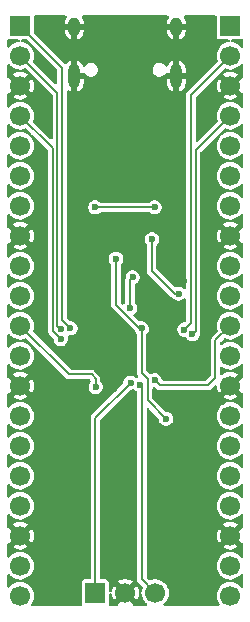
<source format=gbr>
%TF.GenerationSoftware,KiCad,Pcbnew,9.0.6*%
%TF.CreationDate,2025-12-22T21:30:02-08:00*%
%TF.ProjectId,Devboard,44657662-6f61-4726-942e-6b696361645f,rev?*%
%TF.SameCoordinates,Original*%
%TF.FileFunction,Copper,L2,Bot*%
%TF.FilePolarity,Positive*%
%FSLAX46Y46*%
G04 Gerber Fmt 4.6, Leading zero omitted, Abs format (unit mm)*
G04 Created by KiCad (PCBNEW 9.0.6) date 2025-12-22 21:30:02*
%MOMM*%
%LPD*%
G01*
G04 APERTURE LIST*
%TA.AperFunction,ComponentPad*%
%ADD10R,1.700000X1.700000*%
%TD*%
%TA.AperFunction,ComponentPad*%
%ADD11C,1.700000*%
%TD*%
%TA.AperFunction,HeatsinkPad*%
%ADD12O,1.000000X2.100000*%
%TD*%
%TA.AperFunction,HeatsinkPad*%
%ADD13O,1.000000X1.600000*%
%TD*%
%TA.AperFunction,ViaPad*%
%ADD14C,0.600000*%
%TD*%
%TA.AperFunction,Conductor*%
%ADD15C,0.200000*%
%TD*%
G04 APERTURE END LIST*
D10*
%TO.P,J4,1,Pin_1*%
%TO.N,SWCLK*%
X150835000Y-131490000D03*
D11*
%TO.P,J4,2,Pin_2*%
%TO.N,GND*%
X153375000Y-131490000D03*
%TO.P,J4,3,Pin_3*%
%TO.N,SWD*%
X155915000Y-131490000D03*
%TD*%
D12*
%TO.P,J1,S1,SHIELD*%
%TO.N,GND*%
X157695000Y-87730000D03*
D13*
X157695000Y-83550000D03*
D12*
X149055000Y-87730000D03*
D13*
X149055000Y-83550000D03*
%TD*%
D10*
%TO.P,J3,1,Pin_1*%
%TO.N,VBUS*%
X162265000Y-83470000D03*
D11*
%TO.P,J3,2,Pin_2*%
%TO.N,GPIO29_ADC3*%
X162265000Y-86010000D03*
%TO.P,J3,3,Pin_3*%
%TO.N,GND*%
X162265000Y-88550000D03*
%TO.P,J3,4,Pin_4*%
%TO.N,GPIO28_ADC2*%
X162265000Y-91090000D03*
%TO.P,J3,5,Pin_5*%
%TO.N,+3V3*%
X162265000Y-93630000D03*
%TO.P,J3,6,Pin_6*%
%TO.N,GPIO27_ADC1*%
X162265000Y-96170000D03*
%TO.P,J3,7,Pin_7*%
%TO.N,GPIO26_ADC0*%
X162265000Y-98710000D03*
%TO.P,J3,8,Pin_8*%
%TO.N,GND*%
X162265000Y-101250000D03*
%TO.P,J3,9,Pin_9*%
%TO.N,GPIO24*%
X162265000Y-103790000D03*
%TO.P,J3,10,Pin_10*%
%TO.N,GPIO23*%
X162265000Y-106330000D03*
%TO.P,J3,11,Pin_11*%
%TO.N,RUN*%
X162265000Y-108870000D03*
%TO.P,J3,12,Pin_12*%
%TO.N,GPIO22*%
X162265000Y-111410000D03*
%TO.P,J3,13,Pin_13*%
%TO.N,GND*%
X162265000Y-113950000D03*
%TO.P,J3,14,Pin_14*%
%TO.N,GPIO21*%
X162265000Y-116490000D03*
%TO.P,J3,15,Pin_15*%
%TO.N,GPIO20*%
X162265000Y-119030000D03*
%TO.P,J3,16,Pin_16*%
%TO.N,GPIO19*%
X162265000Y-121570000D03*
%TO.P,J3,17,Pin_17*%
%TO.N,GPIO18*%
X162265000Y-124110000D03*
%TO.P,J3,18,Pin_18*%
%TO.N,GND*%
X162265000Y-126650000D03*
%TO.P,J3,19,Pin_19*%
%TO.N,GPIO17*%
X162265000Y-129190000D03*
%TO.P,J3,20,Pin_20*%
%TO.N,GPIO16*%
X162265000Y-131730000D03*
%TD*%
D10*
%TO.P,J2,1,Pin_1*%
%TO.N,GPIO0*%
X144485000Y-83470000D03*
D11*
%TO.P,J2,2,Pin_2*%
%TO.N,GPIO1*%
X144485000Y-86010000D03*
%TO.P,J2,3,Pin_3*%
%TO.N,GND*%
X144485000Y-88550000D03*
%TO.P,J2,4,Pin_4*%
%TO.N,GPIO2*%
X144485000Y-91090000D03*
%TO.P,J2,5,Pin_5*%
%TO.N,GPIO3*%
X144485000Y-93630000D03*
%TO.P,J2,6,Pin_6*%
%TO.N,GPIO4*%
X144485000Y-96170000D03*
%TO.P,J2,7,Pin_7*%
%TO.N,GPIO5*%
X144485000Y-98710000D03*
%TO.P,J2,8,Pin_8*%
%TO.N,GND*%
X144485000Y-101250000D03*
%TO.P,J2,9,Pin_9*%
%TO.N,GPIO6*%
X144485000Y-103790000D03*
%TO.P,J2,10,Pin_10*%
%TO.N,GPIO7*%
X144485000Y-106330000D03*
%TO.P,J2,11,Pin_11*%
%TO.N,GPIO8*%
X144485000Y-108870000D03*
%TO.P,J2,12,Pin_12*%
%TO.N,GPIO9*%
X144485000Y-111410000D03*
%TO.P,J2,13,Pin_13*%
%TO.N,GND*%
X144485000Y-113950000D03*
%TO.P,J2,14,Pin_14*%
%TO.N,GPIO10*%
X144485000Y-116490000D03*
%TO.P,J2,15,Pin_15*%
%TO.N,GPIO11*%
X144485000Y-119030000D03*
%TO.P,J2,16,Pin_16*%
%TO.N,GPIO12*%
X144485000Y-121570000D03*
%TO.P,J2,17,Pin_17*%
%TO.N,GPIO13*%
X144485000Y-124110000D03*
%TO.P,J2,18,Pin_18*%
%TO.N,GND*%
X144485000Y-126650000D03*
%TO.P,J2,19,Pin_19*%
%TO.N,GPIO14*%
X144485000Y-129190000D03*
%TO.P,J2,20,Pin_20*%
%TO.N,GPIO15*%
X144485000Y-131730000D03*
%TD*%
D14*
%TO.N,GND*%
X156800000Y-84700000D03*
X146225000Y-94150000D03*
X155363561Y-112450000D03*
X151535000Y-117288527D03*
X158325000Y-105100000D03*
X150025000Y-107850000D03*
X155363561Y-111250000D03*
X153625000Y-101650000D03*
X148825000Y-106750000D03*
X157725000Y-116450000D03*
X160415000Y-112706441D03*
X157700000Y-103200000D03*
X153425000Y-109750000D03*
X148925000Y-96050000D03*
X146425000Y-96050000D03*
X151525000Y-109950000D03*
X152825000Y-93850000D03*
X156700000Y-89700000D03*
X148425000Y-117950000D03*
X156900000Y-104400000D03*
X153375000Y-111600000D03*
X159500000Y-83600000D03*
X150690446Y-101450000D03*
X152825000Y-95750000D03*
X154486736Y-102486736D03*
X148925000Y-94150000D03*
X152387649Y-114214932D03*
X149025000Y-100750000D03*
X148925000Y-95050000D03*
X163000000Y-115200000D03*
X146733008Y-112800000D03*
X152825000Y-94750000D03*
X161595000Y-115300000D03*
X149579265Y-104895735D03*
X155363561Y-110050000D03*
X151425000Y-111550000D03*
%TO.N,+3V3*%
X157885000Y-106153231D03*
X153775000Y-107364082D03*
X155645000Y-101550000D03*
X153999387Y-104782083D03*
%TO.N,+1V1*%
X154763561Y-109100000D03*
X152590002Y-103207591D03*
X156825000Y-116750000D03*
%TO.N,GPIO8*%
X150866075Y-114051021D03*
%TO.N,GPIO1*%
X147939263Y-109175734D03*
%TO.N,GPIO0*%
X148735053Y-109093738D03*
%TO.N,GPIO2*%
X147915000Y-110000000D03*
%TO.N,GPIO29_ADC3*%
X158373236Y-109193049D03*
%TO.N,SWCLK*%
X153823528Y-113699999D03*
%TO.N,GPIO28_ADC2*%
X159062000Y-109600000D03*
%TO.N,RUN*%
X155876180Y-113489257D03*
%TO.N,SWD*%
X154608101Y-113884572D03*
%TO.N,QSPI_SS*%
X150825000Y-98850000D03*
X155871726Y-98850000D03*
%TD*%
D15*
%TO.N,GND*%
X153625000Y-101650000D02*
X153650000Y-101650000D01*
X153650000Y-101650000D02*
X154486736Y-102486736D01*
%TO.N,+3V3*%
X155605000Y-104205000D02*
X157553231Y-106153231D01*
X155645000Y-101550000D02*
X155605000Y-101590000D01*
X155605000Y-101590000D02*
X155605000Y-104205000D01*
X153775000Y-105006470D02*
X153999387Y-104782083D01*
X157553231Y-106153231D02*
X157885000Y-106153231D01*
X153775000Y-107364082D02*
X153775000Y-105006470D01*
%TO.N,+1V1*%
X156825000Y-116750000D02*
X155275180Y-115200180D01*
X152675000Y-107200000D02*
X154725000Y-109250000D01*
X152590002Y-107115002D02*
X152675000Y-107200000D01*
X155275180Y-113350123D02*
X154763561Y-112838504D01*
X152675000Y-107200000D02*
X154575000Y-109100000D01*
X154763561Y-112838504D02*
X154763561Y-109100000D01*
X152590002Y-103207591D02*
X152590002Y-107115002D01*
X155275180Y-115200180D02*
X155275180Y-113350123D01*
X154875057Y-109250000D02*
X155000029Y-109125028D01*
X154575000Y-109100000D02*
X154763561Y-109100000D01*
X154725000Y-109250000D02*
X154875057Y-109250000D01*
%TO.N,GPIO8*%
X150866075Y-113344741D02*
X150518641Y-112997307D01*
X148612307Y-112997307D02*
X144485000Y-108870000D01*
X150866075Y-114051021D02*
X150866075Y-113344741D01*
X150518641Y-112997307D02*
X148612307Y-112997307D01*
%TO.N,GPIO1*%
X147625000Y-108861471D02*
X147625000Y-89150000D01*
X147939263Y-109175734D02*
X147625000Y-108861471D01*
X147625000Y-89150000D02*
X144485000Y-86010000D01*
%TO.N,GPIO0*%
X148026000Y-87011000D02*
X144485000Y-83470000D01*
X148735053Y-109093738D02*
X148026000Y-108384685D01*
X148026000Y-108384685D02*
X148026000Y-87011000D01*
%TO.N,GPIO2*%
X147224000Y-109309000D02*
X147224000Y-93829000D01*
X147224000Y-93829000D02*
X144485000Y-91090000D01*
X147915000Y-110000000D02*
X147224000Y-109309000D01*
%TO.N,GPIO29_ADC3*%
X158373236Y-109193049D02*
X158925000Y-108641285D01*
X158925000Y-108641285D02*
X158925000Y-89350000D01*
X158925000Y-89350000D02*
X162265000Y-86010000D01*
%TO.N,SWCLK*%
X150835000Y-116688527D02*
X150835000Y-131490000D01*
X153823528Y-113699999D02*
X150835000Y-116688527D01*
%TO.N,GPIO28_ADC2*%
X159062000Y-109600000D02*
X159325000Y-109337000D01*
X159325000Y-109337000D02*
X159325000Y-94030000D01*
X159325000Y-94030000D02*
X162265000Y-91090000D01*
%TO.N,RUN*%
X161015000Y-110120000D02*
X162265000Y-108870000D01*
X161015000Y-113270000D02*
X161015000Y-110120000D01*
X155876180Y-113489257D02*
X156296923Y-113910000D01*
X160645000Y-113640000D02*
X161015000Y-113270000D01*
X160635000Y-113640000D02*
X160645000Y-113640000D01*
X160365000Y-113910000D02*
X160635000Y-113640000D01*
X156296923Y-113910000D02*
X160365000Y-113910000D01*
%TO.N,SWD*%
X154775417Y-130350417D02*
X155915000Y-131490000D01*
X154775417Y-114051888D02*
X154775417Y-130350417D01*
X154608101Y-113884572D02*
X154775417Y-114051888D01*
%TO.N,QSPI_SS*%
X150825000Y-98850000D02*
X155871726Y-98850000D01*
%TD*%
%TA.AperFunction,Conductor*%
%TO.N,GND*%
G36*
X148361881Y-82620185D02*
G01*
X148407636Y-82672989D01*
X148417580Y-82742147D01*
X148397944Y-82793391D01*
X148346052Y-82871051D01*
X148346047Y-82871060D01*
X148285743Y-83016648D01*
X148285741Y-83016656D01*
X148255000Y-83171202D01*
X148255000Y-83300000D01*
X148755000Y-83300000D01*
X148755000Y-83800000D01*
X148255000Y-83800000D01*
X148255000Y-83928797D01*
X148285741Y-84083343D01*
X148285743Y-84083351D01*
X148346047Y-84228939D01*
X148346052Y-84228948D01*
X148433598Y-84359969D01*
X148433601Y-84359973D01*
X148545026Y-84471398D01*
X148545034Y-84471404D01*
X148676047Y-84558944D01*
X148676065Y-84558954D01*
X148804999Y-84612360D01*
X148805000Y-84612360D01*
X148805000Y-84016988D01*
X148814940Y-84034205D01*
X148870795Y-84090060D01*
X148939204Y-84129556D01*
X149015504Y-84150000D01*
X149094496Y-84150000D01*
X149170796Y-84129556D01*
X149239205Y-84090060D01*
X149295060Y-84034205D01*
X149305000Y-84016988D01*
X149305000Y-84612360D01*
X149433934Y-84558954D01*
X149433952Y-84558944D01*
X149564965Y-84471404D01*
X149564973Y-84471398D01*
X149676398Y-84359973D01*
X149676401Y-84359969D01*
X149763947Y-84228948D01*
X149763952Y-84228939D01*
X149824256Y-84083351D01*
X149824258Y-84083343D01*
X149854999Y-83928797D01*
X149855000Y-83928794D01*
X149855000Y-83800000D01*
X149355000Y-83800000D01*
X149355000Y-83300000D01*
X149855000Y-83300000D01*
X149855000Y-83171206D01*
X149854999Y-83171202D01*
X149824258Y-83016656D01*
X149824256Y-83016648D01*
X149763952Y-82871060D01*
X149763947Y-82871051D01*
X149712056Y-82793391D01*
X149691178Y-82726714D01*
X149709662Y-82659333D01*
X149761641Y-82612643D01*
X149815158Y-82600500D01*
X156934842Y-82600500D01*
X157001881Y-82620185D01*
X157047636Y-82672989D01*
X157057580Y-82742147D01*
X157037944Y-82793391D01*
X156986052Y-82871051D01*
X156986047Y-82871060D01*
X156925743Y-83016648D01*
X156925741Y-83016656D01*
X156895000Y-83171202D01*
X156895000Y-83300000D01*
X157395000Y-83300000D01*
X157395000Y-83800000D01*
X156895000Y-83800000D01*
X156895000Y-83928797D01*
X156925741Y-84083343D01*
X156925743Y-84083351D01*
X156986047Y-84228939D01*
X156986052Y-84228948D01*
X157073598Y-84359969D01*
X157073601Y-84359973D01*
X157185026Y-84471398D01*
X157185034Y-84471404D01*
X157316047Y-84558944D01*
X157316065Y-84558954D01*
X157444999Y-84612360D01*
X157445000Y-84612360D01*
X157445000Y-84016988D01*
X157454940Y-84034205D01*
X157510795Y-84090060D01*
X157579204Y-84129556D01*
X157655504Y-84150000D01*
X157734496Y-84150000D01*
X157810796Y-84129556D01*
X157879205Y-84090060D01*
X157935060Y-84034205D01*
X157945000Y-84016988D01*
X157945000Y-84612360D01*
X158073934Y-84558954D01*
X158073952Y-84558944D01*
X158204965Y-84471404D01*
X158204973Y-84471398D01*
X158316398Y-84359973D01*
X158316401Y-84359969D01*
X158403947Y-84228948D01*
X158403952Y-84228939D01*
X158464256Y-84083351D01*
X158464258Y-84083343D01*
X158494999Y-83928797D01*
X158495000Y-83928794D01*
X158495000Y-83800000D01*
X157995000Y-83800000D01*
X157995000Y-83300000D01*
X158495000Y-83300000D01*
X158495000Y-83171206D01*
X158494999Y-83171202D01*
X158464258Y-83016656D01*
X158464256Y-83016648D01*
X158403952Y-82871060D01*
X158403947Y-82871051D01*
X158352056Y-82793391D01*
X158331178Y-82726714D01*
X158349662Y-82659333D01*
X158401641Y-82612643D01*
X158455158Y-82600500D01*
X160990500Y-82600500D01*
X161057539Y-82620185D01*
X161103294Y-82672989D01*
X161114500Y-82724500D01*
X161114500Y-84364856D01*
X161114502Y-84364882D01*
X161117413Y-84389987D01*
X161117415Y-84389991D01*
X161162793Y-84492764D01*
X161162794Y-84492765D01*
X161242235Y-84572206D01*
X161345009Y-84617585D01*
X161370135Y-84620500D01*
X162107873Y-84620499D01*
X162174910Y-84640183D01*
X162220665Y-84692987D01*
X162230609Y-84762146D01*
X162201584Y-84825702D01*
X162142806Y-84863476D01*
X162127270Y-84866972D01*
X161995589Y-84887829D01*
X161823363Y-84943787D01*
X161823360Y-84943788D01*
X161662002Y-85026006D01*
X161515505Y-85132441D01*
X161515500Y-85132445D01*
X161387445Y-85260500D01*
X161387441Y-85260505D01*
X161281006Y-85407002D01*
X161198788Y-85568360D01*
X161198787Y-85568363D01*
X161142829Y-85740589D01*
X161114500Y-85919448D01*
X161114500Y-86100551D01*
X161142829Y-86279410D01*
X161189575Y-86423281D01*
X161191570Y-86493122D01*
X161159325Y-86549280D01*
X158604522Y-89104084D01*
X158604518Y-89104090D01*
X158551792Y-89195412D01*
X158551793Y-89195413D01*
X158524500Y-89297273D01*
X158524500Y-105644133D01*
X158504815Y-105711172D01*
X158452011Y-105756927D01*
X158382853Y-105766871D01*
X158319297Y-105737846D01*
X158312819Y-105731814D01*
X158253717Y-105672712D01*
X158253709Y-105672706D01*
X158116790Y-105593657D01*
X158116786Y-105593655D01*
X158116784Y-105593654D01*
X157964057Y-105552731D01*
X157805943Y-105552731D01*
X157648886Y-105594814D01*
X157579036Y-105593151D01*
X157529112Y-105562720D01*
X156041819Y-104075426D01*
X156008334Y-104014103D01*
X156005500Y-103987745D01*
X156005500Y-102090098D01*
X156025185Y-102023059D01*
X156041819Y-102002417D01*
X156060496Y-101983740D01*
X156125520Y-101918716D01*
X156204577Y-101781784D01*
X156245500Y-101629057D01*
X156245500Y-101470943D01*
X156204577Y-101318216D01*
X156203197Y-101315826D01*
X156125524Y-101181290D01*
X156125518Y-101181282D01*
X156013717Y-101069481D01*
X156013709Y-101069475D01*
X155876790Y-100990426D01*
X155876786Y-100990424D01*
X155876784Y-100990423D01*
X155724057Y-100949500D01*
X155565943Y-100949500D01*
X155413216Y-100990423D01*
X155413209Y-100990426D01*
X155276290Y-101069475D01*
X155276282Y-101069481D01*
X155164481Y-101181282D01*
X155164475Y-101181290D01*
X155085426Y-101318209D01*
X155085423Y-101318216D01*
X155044500Y-101470943D01*
X155044500Y-101629057D01*
X155061218Y-101691447D01*
X155085423Y-101781783D01*
X155085426Y-101781790D01*
X155164475Y-101918709D01*
X155164481Y-101918717D01*
X155168181Y-101922417D01*
X155201666Y-101983740D01*
X155204500Y-102010098D01*
X155204500Y-104257726D01*
X155231793Y-104359589D01*
X155251080Y-104392994D01*
X155284520Y-104450913D01*
X157232749Y-106399141D01*
X157232751Y-106399144D01*
X157307318Y-106473711D01*
X157376616Y-106513720D01*
X157396378Y-106525129D01*
X157405684Y-106530503D01*
X157404871Y-106531910D01*
X157433715Y-106551182D01*
X157516284Y-106633751D01*
X157516286Y-106633752D01*
X157516290Y-106633755D01*
X157653209Y-106712804D01*
X157653216Y-106712808D01*
X157805943Y-106753731D01*
X157805945Y-106753731D01*
X157964055Y-106753731D01*
X157964057Y-106753731D01*
X158116784Y-106712808D01*
X158253716Y-106633751D01*
X158312819Y-106574648D01*
X158374142Y-106541163D01*
X158443834Y-106546147D01*
X158499767Y-106588019D01*
X158524184Y-106653483D01*
X158524500Y-106662329D01*
X158524500Y-108424030D01*
X158515855Y-108453470D01*
X158509332Y-108483457D01*
X158505577Y-108488472D01*
X158504815Y-108491069D01*
X158488181Y-108511711D01*
X158443662Y-108556230D01*
X158382339Y-108589715D01*
X158355981Y-108592549D01*
X158294179Y-108592549D01*
X158141452Y-108633472D01*
X158141445Y-108633475D01*
X158004526Y-108712524D01*
X158004518Y-108712530D01*
X157892717Y-108824331D01*
X157892711Y-108824339D01*
X157813662Y-108961258D01*
X157813659Y-108961265D01*
X157772736Y-109113992D01*
X157772736Y-109272106D01*
X157804253Y-109389727D01*
X157813659Y-109424832D01*
X157813662Y-109424839D01*
X157892711Y-109561758D01*
X157892715Y-109561763D01*
X157892716Y-109561765D01*
X158004520Y-109673569D01*
X158004522Y-109673570D01*
X158004526Y-109673573D01*
X158132665Y-109747553D01*
X158141452Y-109752626D01*
X158294179Y-109793549D01*
X158294181Y-109793549D01*
X158408756Y-109793549D01*
X158475795Y-109813234D01*
X158516143Y-109855549D01*
X158581477Y-109968712D01*
X158581479Y-109968715D01*
X158581480Y-109968716D01*
X158693284Y-110080520D01*
X158693286Y-110080521D01*
X158693290Y-110080524D01*
X158738747Y-110106768D01*
X158830216Y-110159577D01*
X158982943Y-110200500D01*
X158982945Y-110200500D01*
X159141055Y-110200500D01*
X159141057Y-110200500D01*
X159293784Y-110159577D01*
X159430716Y-110080520D01*
X159542520Y-109968716D01*
X159621577Y-109831784D01*
X159662500Y-109679057D01*
X159662500Y-109586660D01*
X159679113Y-109524659D01*
X159698207Y-109491588D01*
X159725500Y-109389727D01*
X159725500Y-109284273D01*
X159725500Y-94247254D01*
X159745185Y-94180215D01*
X159761814Y-94159578D01*
X161725719Y-92195672D01*
X161787040Y-92162189D01*
X161851716Y-92165424D01*
X161995591Y-92212171D01*
X162068639Y-92223740D01*
X162155678Y-92237527D01*
X162218813Y-92267456D01*
X162255744Y-92326768D01*
X162254746Y-92396631D01*
X162216136Y-92454863D01*
X162155678Y-92482473D01*
X161995589Y-92507829D01*
X161823363Y-92563787D01*
X161823360Y-92563788D01*
X161662003Y-92646005D01*
X161530750Y-92741364D01*
X161530740Y-92741373D01*
X161515499Y-92752447D01*
X161387447Y-92880499D01*
X161376373Y-92895740D01*
X161376364Y-92895750D01*
X161281005Y-93027003D01*
X161198788Y-93188360D01*
X161198787Y-93188363D01*
X161142829Y-93360589D01*
X161114500Y-93539448D01*
X161114500Y-93720551D01*
X161142829Y-93899410D01*
X161198787Y-94071636D01*
X161198788Y-94071639D01*
X161281006Y-94232997D01*
X161387441Y-94379494D01*
X161387445Y-94379499D01*
X161515500Y-94507554D01*
X161515505Y-94507558D01*
X161643287Y-94600396D01*
X161662006Y-94613996D01*
X161767484Y-94667740D01*
X161823360Y-94696211D01*
X161823363Y-94696212D01*
X161909476Y-94724191D01*
X161995591Y-94752171D01*
X162068639Y-94763740D01*
X162155678Y-94777527D01*
X162218813Y-94807456D01*
X162255744Y-94866768D01*
X162254746Y-94936631D01*
X162216136Y-94994863D01*
X162155678Y-95022473D01*
X161995589Y-95047829D01*
X161823363Y-95103787D01*
X161823360Y-95103788D01*
X161662002Y-95186006D01*
X161515505Y-95292441D01*
X161515500Y-95292445D01*
X161387445Y-95420500D01*
X161387441Y-95420505D01*
X161281006Y-95567002D01*
X161198788Y-95728360D01*
X161198787Y-95728363D01*
X161142829Y-95900589D01*
X161114500Y-96079448D01*
X161114500Y-96260551D01*
X161142829Y-96439410D01*
X161198787Y-96611636D01*
X161198788Y-96611639D01*
X161281006Y-96772997D01*
X161387441Y-96919494D01*
X161387445Y-96919499D01*
X161515500Y-97047554D01*
X161515505Y-97047558D01*
X161643287Y-97140396D01*
X161662006Y-97153996D01*
X161767484Y-97207740D01*
X161823360Y-97236211D01*
X161823363Y-97236212D01*
X161909476Y-97264191D01*
X161995591Y-97292171D01*
X162068639Y-97303740D01*
X162155678Y-97317527D01*
X162218813Y-97347456D01*
X162255744Y-97406768D01*
X162254746Y-97476631D01*
X162216136Y-97534863D01*
X162155678Y-97562473D01*
X161995589Y-97587829D01*
X161823363Y-97643787D01*
X161823360Y-97643788D01*
X161662002Y-97726006D01*
X161515505Y-97832441D01*
X161515500Y-97832445D01*
X161387445Y-97960500D01*
X161387441Y-97960505D01*
X161281006Y-98107002D01*
X161198788Y-98268360D01*
X161198787Y-98268363D01*
X161142829Y-98440589D01*
X161114500Y-98619448D01*
X161114500Y-98800551D01*
X161142829Y-98979410D01*
X161198787Y-99151636D01*
X161198788Y-99151639D01*
X161281006Y-99312997D01*
X161387441Y-99459494D01*
X161387445Y-99459499D01*
X161515500Y-99587554D01*
X161515505Y-99587558D01*
X161643287Y-99680396D01*
X161662006Y-99693996D01*
X161767484Y-99747740D01*
X161823360Y-99776211D01*
X161823363Y-99776212D01*
X161909476Y-99804191D01*
X161995591Y-99832171D01*
X162115038Y-99851089D01*
X162157279Y-99857780D01*
X162220414Y-99887709D01*
X162257345Y-99947021D01*
X162256347Y-100016883D01*
X162217737Y-100075116D01*
X162157279Y-100102726D01*
X161995706Y-100128317D01*
X161823555Y-100184251D01*
X161823547Y-100184254D01*
X161662269Y-100266432D01*
X161646466Y-100277912D01*
X161646466Y-100277913D01*
X162135591Y-100767037D01*
X162072007Y-100784075D01*
X161957993Y-100849901D01*
X161864901Y-100942993D01*
X161799075Y-101057007D01*
X161782037Y-101120590D01*
X161292913Y-100631466D01*
X161292912Y-100631466D01*
X161281432Y-100647269D01*
X161199254Y-100808547D01*
X161199251Y-100808555D01*
X161143317Y-100980706D01*
X161115000Y-101159493D01*
X161115000Y-101340506D01*
X161143317Y-101519293D01*
X161199251Y-101691444D01*
X161199252Y-101691447D01*
X161281431Y-101852730D01*
X161292913Y-101868532D01*
X161292913Y-101868533D01*
X161782037Y-101379409D01*
X161799075Y-101442993D01*
X161864901Y-101557007D01*
X161957993Y-101650099D01*
X162072007Y-101715925D01*
X162135590Y-101732962D01*
X161646466Y-102222085D01*
X161646466Y-102222086D01*
X161662267Y-102233566D01*
X161662275Y-102233571D01*
X161823552Y-102315747D01*
X161823555Y-102315748D01*
X161995706Y-102371682D01*
X162157279Y-102397273D01*
X162220413Y-102427202D01*
X162257345Y-102486513D01*
X162256347Y-102556376D01*
X162217738Y-102614609D01*
X162157280Y-102642219D01*
X161995589Y-102667829D01*
X161823363Y-102723787D01*
X161823360Y-102723788D01*
X161662002Y-102806006D01*
X161515505Y-102912441D01*
X161515500Y-102912445D01*
X161387445Y-103040500D01*
X161387441Y-103040505D01*
X161281006Y-103187002D01*
X161198788Y-103348360D01*
X161198787Y-103348363D01*
X161142829Y-103520589D01*
X161114500Y-103699448D01*
X161114500Y-103880551D01*
X161142829Y-104059410D01*
X161198787Y-104231636D01*
X161198788Y-104231639D01*
X161281006Y-104392997D01*
X161387441Y-104539494D01*
X161387445Y-104539499D01*
X161515500Y-104667554D01*
X161515505Y-104667558D01*
X161564326Y-104703028D01*
X161662006Y-104773996D01*
X161767484Y-104827740D01*
X161823360Y-104856211D01*
X161823363Y-104856212D01*
X161909476Y-104884191D01*
X161995591Y-104912171D01*
X162068639Y-104923740D01*
X162155678Y-104937527D01*
X162218813Y-104967456D01*
X162255744Y-105026768D01*
X162254746Y-105096631D01*
X162216136Y-105154863D01*
X162155678Y-105182473D01*
X161995589Y-105207829D01*
X161823363Y-105263787D01*
X161823360Y-105263788D01*
X161662002Y-105346006D01*
X161515505Y-105452441D01*
X161515500Y-105452445D01*
X161387445Y-105580500D01*
X161387441Y-105580505D01*
X161281006Y-105727002D01*
X161198788Y-105888360D01*
X161198787Y-105888363D01*
X161142829Y-106060589D01*
X161114500Y-106239448D01*
X161114500Y-106420551D01*
X161142829Y-106599410D01*
X161198787Y-106771636D01*
X161198788Y-106771639D01*
X161281006Y-106932997D01*
X161387441Y-107079494D01*
X161387445Y-107079499D01*
X161515500Y-107207554D01*
X161515505Y-107207558D01*
X161622133Y-107285027D01*
X161662006Y-107313996D01*
X161754087Y-107360914D01*
X161823360Y-107396211D01*
X161823363Y-107396212D01*
X161909476Y-107424191D01*
X161995591Y-107452171D01*
X162068639Y-107463740D01*
X162155678Y-107477527D01*
X162218813Y-107507456D01*
X162255744Y-107566768D01*
X162254746Y-107636631D01*
X162216136Y-107694863D01*
X162155678Y-107722473D01*
X161995589Y-107747829D01*
X161823363Y-107803787D01*
X161823360Y-107803788D01*
X161662002Y-107886006D01*
X161515505Y-107992441D01*
X161515500Y-107992445D01*
X161387445Y-108120500D01*
X161387441Y-108120505D01*
X161281006Y-108267002D01*
X161198788Y-108428360D01*
X161198787Y-108428363D01*
X161142829Y-108600589D01*
X161114500Y-108779448D01*
X161114500Y-108960551D01*
X161142829Y-109139412D01*
X161189575Y-109283283D01*
X161191570Y-109353124D01*
X161159325Y-109409281D01*
X160694522Y-109874084D01*
X160694520Y-109874087D01*
X160641793Y-109965410D01*
X160627220Y-110019800D01*
X160614500Y-110067269D01*
X160614500Y-113052744D01*
X160605855Y-113082184D01*
X160599332Y-113112171D01*
X160595577Y-113117186D01*
X160594815Y-113119783D01*
X160578181Y-113140425D01*
X160499132Y-113219474D01*
X160424289Y-113294317D01*
X160398612Y-113314020D01*
X160389085Y-113319520D01*
X160235425Y-113473181D01*
X160174102Y-113506666D01*
X160147744Y-113509500D01*
X156598436Y-113509500D01*
X156531397Y-113489815D01*
X156485642Y-113437011D01*
X156478661Y-113417594D01*
X156475675Y-113406451D01*
X156435757Y-113257473D01*
X156413822Y-113219480D01*
X156356704Y-113120547D01*
X156356698Y-113120539D01*
X156244897Y-113008738D01*
X156244889Y-113008732D01*
X156107970Y-112929683D01*
X156107966Y-112929681D01*
X156107964Y-112929680D01*
X155955237Y-112888757D01*
X155797123Y-112888757D01*
X155644396Y-112929680D01*
X155644391Y-112929682D01*
X155585249Y-112963827D01*
X155517349Y-112980298D01*
X155451322Y-112957445D01*
X155435570Y-112944120D01*
X155200380Y-112708930D01*
X155166895Y-112647607D01*
X155164061Y-112621249D01*
X155164061Y-109600098D01*
X155170823Y-109577066D01*
X155173278Y-109553184D01*
X155181442Y-109540902D01*
X155183746Y-109533059D01*
X155191145Y-109522746D01*
X155195470Y-109517326D01*
X155244081Y-109468716D01*
X155269738Y-109424274D01*
X155275549Y-109416994D01*
X155278384Y-109415005D01*
X155284785Y-109406664D01*
X155320509Y-109370941D01*
X155373236Y-109279616D01*
X155400529Y-109177755D01*
X155400529Y-109072301D01*
X155373236Y-108970440D01*
X155339024Y-108911184D01*
X155326638Y-108881280D01*
X155323138Y-108868216D01*
X155297806Y-108824339D01*
X155244085Y-108731290D01*
X155244079Y-108731282D01*
X155132278Y-108619481D01*
X155132270Y-108619475D01*
X154995351Y-108540426D01*
X154995347Y-108540424D01*
X154995345Y-108540423D01*
X154842618Y-108499500D01*
X154684504Y-108499500D01*
X154684499Y-108499500D01*
X154640390Y-108511319D01*
X154570540Y-108509655D01*
X154520618Y-108479225D01*
X154094595Y-108053202D01*
X154061110Y-107991879D01*
X154066094Y-107922187D01*
X154107966Y-107866254D01*
X154120272Y-107858137D01*
X154143716Y-107844602D01*
X154255520Y-107732798D01*
X154334577Y-107595866D01*
X154375500Y-107443139D01*
X154375500Y-107285025D01*
X154334577Y-107132298D01*
X154323895Y-107113796D01*
X154255524Y-106995372D01*
X154255518Y-106995364D01*
X154211819Y-106951665D01*
X154178334Y-106890342D01*
X154175500Y-106863984D01*
X154175500Y-105445393D01*
X154195185Y-105378354D01*
X154237499Y-105338006D01*
X154368103Y-105262603D01*
X154479907Y-105150799D01*
X154558964Y-105013867D01*
X154599887Y-104861140D01*
X154599887Y-104703026D01*
X154558964Y-104550299D01*
X154550043Y-104534847D01*
X154479911Y-104413373D01*
X154479905Y-104413365D01*
X154368104Y-104301564D01*
X154368096Y-104301558D01*
X154231177Y-104222509D01*
X154231173Y-104222507D01*
X154231171Y-104222506D01*
X154078444Y-104181583D01*
X153920330Y-104181583D01*
X153767603Y-104222506D01*
X153767596Y-104222509D01*
X153630677Y-104301558D01*
X153630669Y-104301564D01*
X153518868Y-104413365D01*
X153518862Y-104413373D01*
X153439813Y-104550292D01*
X153439810Y-104550299D01*
X153398887Y-104703026D01*
X153398887Y-104846398D01*
X153394663Y-104878486D01*
X153385640Y-104912166D01*
X153385639Y-104912170D01*
X153374500Y-104953741D01*
X153374500Y-106863984D01*
X153367423Y-106888083D01*
X153364394Y-106913016D01*
X153356825Y-106924174D01*
X153354815Y-106931023D01*
X153345967Y-106943117D01*
X153342275Y-106947570D01*
X153294480Y-106995366D01*
X153275712Y-107027872D01*
X153269027Y-107035938D01*
X153248392Y-107049845D01*
X153230380Y-107067021D01*
X153219919Y-107069036D01*
X153211089Y-107074989D01*
X153186209Y-107075533D01*
X153161773Y-107080243D01*
X153151886Y-107076284D01*
X153141236Y-107076518D01*
X153120009Y-107063523D01*
X153096908Y-107054275D01*
X153085879Y-107044486D01*
X153026821Y-106985428D01*
X152993336Y-106924105D01*
X152990502Y-106897747D01*
X152990502Y-103707689D01*
X153010187Y-103640650D01*
X153026821Y-103620008D01*
X153070522Y-103576307D01*
X153149579Y-103439375D01*
X153190502Y-103286648D01*
X153190502Y-103128534D01*
X153149579Y-102975807D01*
X153149575Y-102975800D01*
X153070526Y-102838881D01*
X153070520Y-102838873D01*
X152958719Y-102727072D01*
X152958711Y-102727066D01*
X152821792Y-102648017D01*
X152821788Y-102648015D01*
X152821786Y-102648014D01*
X152669059Y-102607091D01*
X152510945Y-102607091D01*
X152358218Y-102648014D01*
X152358211Y-102648017D01*
X152221292Y-102727066D01*
X152221284Y-102727072D01*
X152109483Y-102838873D01*
X152109477Y-102838881D01*
X152030428Y-102975800D01*
X152030425Y-102975807D01*
X151989502Y-103128534D01*
X151989502Y-103286648D01*
X152006039Y-103348363D01*
X152030425Y-103439374D01*
X152030428Y-103439381D01*
X152109477Y-103576300D01*
X152109483Y-103576308D01*
X152153183Y-103620008D01*
X152186668Y-103681331D01*
X152189502Y-103707689D01*
X152189502Y-107167728D01*
X152216795Y-107269591D01*
X152242431Y-107313993D01*
X152269522Y-107360915D01*
X152269524Y-107360917D01*
X154167163Y-109258556D01*
X154199256Y-109314140D01*
X154203983Y-109331782D01*
X154203987Y-109331790D01*
X154283036Y-109468709D01*
X154283042Y-109468717D01*
X154326742Y-109512417D01*
X154360227Y-109573740D01*
X154363061Y-109600098D01*
X154363061Y-112891230D01*
X154390354Y-112993093D01*
X154401487Y-113012375D01*
X154443081Y-113084417D01*
X154443083Y-113084419D01*
X154466842Y-113108178D01*
X154469751Y-113113507D01*
X154474781Y-113116911D01*
X154486301Y-113143815D01*
X154500327Y-113169501D01*
X154499893Y-113175558D01*
X154502284Y-113181140D01*
X154497430Y-113209999D01*
X154495343Y-113239193D01*
X154491703Y-113244054D01*
X154490697Y-113250042D01*
X154471009Y-113271697D01*
X154453471Y-113295126D01*
X154446736Y-113298397D01*
X154443697Y-113301741D01*
X154411253Y-113315634D01*
X154383511Y-113323067D01*
X154313661Y-113321403D01*
X154263738Y-113290973D01*
X154192245Y-113219480D01*
X154192237Y-113219474D01*
X154055318Y-113140425D01*
X154055314Y-113140423D01*
X154055312Y-113140422D01*
X153902585Y-113099499D01*
X153744471Y-113099499D01*
X153591744Y-113140422D01*
X153591737Y-113140425D01*
X153454818Y-113219474D01*
X153454810Y-113219480D01*
X153343009Y-113331281D01*
X153343003Y-113331289D01*
X153263954Y-113468208D01*
X153263951Y-113468215D01*
X153223028Y-113620942D01*
X153223028Y-113682744D01*
X153203343Y-113749783D01*
X153186709Y-113770425D01*
X150514522Y-116442611D01*
X150514520Y-116442614D01*
X150461793Y-116533939D01*
X150449305Y-116580546D01*
X150449305Y-116580547D01*
X150449304Y-116580546D01*
X150434500Y-116635798D01*
X150434500Y-130215500D01*
X150414815Y-130282539D01*
X150362011Y-130328294D01*
X150310500Y-130339500D01*
X149940143Y-130339500D01*
X149940117Y-130339502D01*
X149915012Y-130342413D01*
X149915008Y-130342415D01*
X149812235Y-130387793D01*
X149732794Y-130467234D01*
X149687415Y-130570006D01*
X149687415Y-130570008D01*
X149684500Y-130595131D01*
X149684500Y-132384856D01*
X149684502Y-132384882D01*
X149687413Y-132409986D01*
X149687414Y-132409990D01*
X149687415Y-132409991D01*
X149694225Y-132425414D01*
X149703297Y-132494690D01*
X149673475Y-132557876D01*
X149614226Y-132594907D01*
X149580791Y-132599500D01*
X145518733Y-132599500D01*
X145451694Y-132579815D01*
X145405939Y-132527011D01*
X145395995Y-132457853D01*
X145418414Y-132402615D01*
X145443887Y-132367554D01*
X145468996Y-132332994D01*
X145551211Y-132171639D01*
X145607171Y-131999409D01*
X145624484Y-131890099D01*
X145635500Y-131820551D01*
X145635500Y-131639448D01*
X145611829Y-131490001D01*
X145607171Y-131460591D01*
X145566713Y-131336073D01*
X145551212Y-131288363D01*
X145551211Y-131288360D01*
X145497523Y-131182993D01*
X145468996Y-131127006D01*
X145442038Y-131089901D01*
X145362558Y-130980505D01*
X145362554Y-130980500D01*
X145234499Y-130852445D01*
X145234494Y-130852441D01*
X145087997Y-130746006D01*
X145087996Y-130746005D01*
X145087994Y-130746004D01*
X145036300Y-130719664D01*
X144926639Y-130663788D01*
X144926636Y-130663787D01*
X144754410Y-130607829D01*
X144594321Y-130582473D01*
X144531186Y-130552544D01*
X144494255Y-130493232D01*
X144495253Y-130423370D01*
X144533863Y-130365137D01*
X144594321Y-130337527D01*
X144664425Y-130326422D01*
X144754409Y-130312171D01*
X144926639Y-130256211D01*
X145087994Y-130173996D01*
X145234501Y-130067553D01*
X145362553Y-129939501D01*
X145468996Y-129792994D01*
X145551211Y-129631639D01*
X145607171Y-129459409D01*
X145621765Y-129367259D01*
X145635500Y-129280551D01*
X145635500Y-129099448D01*
X145619019Y-128995397D01*
X145607171Y-128920591D01*
X145551211Y-128748361D01*
X145551211Y-128748360D01*
X145522740Y-128692484D01*
X145468996Y-128587006D01*
X145406401Y-128500851D01*
X145362558Y-128440505D01*
X145362554Y-128440500D01*
X145234499Y-128312445D01*
X145234494Y-128312441D01*
X145087997Y-128206006D01*
X145087996Y-128206005D01*
X145087994Y-128206004D01*
X145036300Y-128179664D01*
X144926639Y-128123788D01*
X144926636Y-128123787D01*
X144754410Y-128067828D01*
X144592720Y-128042219D01*
X144529585Y-128012289D01*
X144492654Y-127952978D01*
X144493652Y-127883115D01*
X144532262Y-127824883D01*
X144592721Y-127797273D01*
X144754292Y-127771683D01*
X144926444Y-127715748D01*
X144926452Y-127715745D01*
X145087730Y-127633568D01*
X145103532Y-127622085D01*
X145103533Y-127622085D01*
X144614410Y-127132962D01*
X144677993Y-127115925D01*
X144792007Y-127050099D01*
X144885099Y-126957007D01*
X144950925Y-126842993D01*
X144967962Y-126779409D01*
X145457085Y-127268532D01*
X145468568Y-127252730D01*
X145550745Y-127091452D01*
X145550748Y-127091444D01*
X145606682Y-126919293D01*
X145635000Y-126740506D01*
X145635000Y-126559493D01*
X145606682Y-126380706D01*
X145550748Y-126208555D01*
X145550747Y-126208552D01*
X145468571Y-126047275D01*
X145468566Y-126047267D01*
X145457085Y-126031466D01*
X144967962Y-126520589D01*
X144950925Y-126457007D01*
X144885099Y-126342993D01*
X144792007Y-126249901D01*
X144677993Y-126184075D01*
X144614409Y-126167037D01*
X145103533Y-125677913D01*
X145087730Y-125666431D01*
X144926447Y-125584252D01*
X144926444Y-125584251D01*
X144754293Y-125528317D01*
X144592720Y-125502726D01*
X144529585Y-125472797D01*
X144492654Y-125413485D01*
X144493652Y-125343623D01*
X144532262Y-125285390D01*
X144592720Y-125257780D01*
X144607270Y-125255475D01*
X144754409Y-125232171D01*
X144926639Y-125176211D01*
X145087994Y-125093996D01*
X145234501Y-124987553D01*
X145362553Y-124859501D01*
X145468996Y-124712994D01*
X145551211Y-124551639D01*
X145607171Y-124379409D01*
X145621765Y-124287259D01*
X145635500Y-124200551D01*
X145635500Y-124019448D01*
X145619019Y-123915397D01*
X145607171Y-123840591D01*
X145551211Y-123668361D01*
X145551211Y-123668360D01*
X145522740Y-123612484D01*
X145468996Y-123507006D01*
X145406401Y-123420851D01*
X145362558Y-123360505D01*
X145362554Y-123360500D01*
X145234499Y-123232445D01*
X145234494Y-123232441D01*
X145087997Y-123126006D01*
X145087996Y-123126005D01*
X145087994Y-123126004D01*
X145036300Y-123099664D01*
X144926639Y-123043788D01*
X144926636Y-123043787D01*
X144754410Y-122987829D01*
X144594321Y-122962473D01*
X144531186Y-122932544D01*
X144494255Y-122873232D01*
X144495253Y-122803370D01*
X144533863Y-122745137D01*
X144594321Y-122717527D01*
X144664425Y-122706422D01*
X144754409Y-122692171D01*
X144926639Y-122636211D01*
X145087994Y-122553996D01*
X145234501Y-122447553D01*
X145362553Y-122319501D01*
X145468996Y-122172994D01*
X145551211Y-122011639D01*
X145607171Y-121839409D01*
X145621765Y-121747259D01*
X145635500Y-121660551D01*
X145635500Y-121479448D01*
X145619019Y-121375397D01*
X145607171Y-121300591D01*
X145551211Y-121128361D01*
X145551211Y-121128360D01*
X145522740Y-121072484D01*
X145468996Y-120967006D01*
X145406401Y-120880851D01*
X145362558Y-120820505D01*
X145362554Y-120820500D01*
X145234499Y-120692445D01*
X145234494Y-120692441D01*
X145087997Y-120586006D01*
X145087996Y-120586005D01*
X145087994Y-120586004D01*
X145036300Y-120559664D01*
X144926639Y-120503788D01*
X144926636Y-120503787D01*
X144754410Y-120447829D01*
X144594321Y-120422473D01*
X144531186Y-120392544D01*
X144494255Y-120333232D01*
X144495253Y-120263370D01*
X144533863Y-120205137D01*
X144594321Y-120177527D01*
X144664425Y-120166422D01*
X144754409Y-120152171D01*
X144926639Y-120096211D01*
X145087994Y-120013996D01*
X145234501Y-119907553D01*
X145362553Y-119779501D01*
X145468996Y-119632994D01*
X145551211Y-119471639D01*
X145607171Y-119299409D01*
X145621765Y-119207259D01*
X145635500Y-119120551D01*
X145635500Y-118939448D01*
X145619019Y-118835397D01*
X145607171Y-118760591D01*
X145551211Y-118588361D01*
X145551211Y-118588360D01*
X145522740Y-118532484D01*
X145468996Y-118427006D01*
X145406401Y-118340851D01*
X145362558Y-118280505D01*
X145362554Y-118280500D01*
X145234499Y-118152445D01*
X145234494Y-118152441D01*
X145087997Y-118046006D01*
X145087996Y-118046005D01*
X145087994Y-118046004D01*
X145036300Y-118019664D01*
X144926639Y-117963788D01*
X144926636Y-117963787D01*
X144754410Y-117907829D01*
X144594321Y-117882473D01*
X144531186Y-117852544D01*
X144494255Y-117793232D01*
X144495253Y-117723370D01*
X144533863Y-117665137D01*
X144594321Y-117637527D01*
X144664425Y-117626422D01*
X144754409Y-117612171D01*
X144926639Y-117556211D01*
X145087994Y-117473996D01*
X145234501Y-117367553D01*
X145362553Y-117239501D01*
X145468996Y-117092994D01*
X145551211Y-116931639D01*
X145607171Y-116759409D01*
X145635500Y-116580546D01*
X145635500Y-116399454D01*
X145635500Y-116399448D01*
X145614913Y-116269475D01*
X145607171Y-116220591D01*
X145551211Y-116048361D01*
X145551211Y-116048360D01*
X145509588Y-115966672D01*
X145468996Y-115887006D01*
X145406401Y-115800851D01*
X145362558Y-115740505D01*
X145362554Y-115740500D01*
X145234499Y-115612445D01*
X145234494Y-115612441D01*
X145087997Y-115506006D01*
X145087996Y-115506005D01*
X145087994Y-115506004D01*
X145036300Y-115479664D01*
X144926639Y-115423788D01*
X144926636Y-115423787D01*
X144754410Y-115367828D01*
X144592720Y-115342219D01*
X144529585Y-115312289D01*
X144492654Y-115252978D01*
X144493652Y-115183115D01*
X144532262Y-115124883D01*
X144592721Y-115097273D01*
X144754292Y-115071683D01*
X144926444Y-115015748D01*
X144926452Y-115015745D01*
X145087730Y-114933568D01*
X145103532Y-114922085D01*
X145103533Y-114922085D01*
X144614410Y-114432962D01*
X144677993Y-114415925D01*
X144792007Y-114350099D01*
X144885099Y-114257007D01*
X144950925Y-114142993D01*
X144967962Y-114079409D01*
X145457085Y-114568532D01*
X145468568Y-114552730D01*
X145550745Y-114391452D01*
X145550748Y-114391444D01*
X145606682Y-114219293D01*
X145635000Y-114040506D01*
X145635000Y-113859493D01*
X145606682Y-113680706D01*
X145550748Y-113508555D01*
X145550747Y-113508552D01*
X145468571Y-113347275D01*
X145468566Y-113347267D01*
X145457085Y-113331466D01*
X144967962Y-113820589D01*
X144950925Y-113757007D01*
X144885099Y-113642993D01*
X144792007Y-113549901D01*
X144677993Y-113484075D01*
X144614409Y-113467037D01*
X145103533Y-112977913D01*
X145087730Y-112966431D01*
X144926447Y-112884252D01*
X144926444Y-112884251D01*
X144754293Y-112828317D01*
X144592720Y-112802726D01*
X144529585Y-112772797D01*
X144492654Y-112713485D01*
X144493652Y-112643623D01*
X144532262Y-112585390D01*
X144592720Y-112557780D01*
X144607270Y-112555475D01*
X144754409Y-112532171D01*
X144926639Y-112476211D01*
X145087994Y-112393996D01*
X145234501Y-112287553D01*
X145362553Y-112159501D01*
X145468996Y-112012994D01*
X145551211Y-111851639D01*
X145607171Y-111679409D01*
X145621765Y-111587259D01*
X145635500Y-111500551D01*
X145635500Y-111319448D01*
X145619019Y-111215397D01*
X145607171Y-111140591D01*
X145551211Y-110968361D01*
X145551211Y-110968360D01*
X145522740Y-110912484D01*
X145468996Y-110807006D01*
X145406401Y-110720851D01*
X145373637Y-110675754D01*
X145373634Y-110675751D01*
X145362553Y-110660499D01*
X145234501Y-110532447D01*
X145219248Y-110521365D01*
X145219244Y-110521361D01*
X145087997Y-110426006D01*
X145087996Y-110426005D01*
X145087994Y-110426004D01*
X145036300Y-110399664D01*
X144926639Y-110343788D01*
X144926636Y-110343787D01*
X144754410Y-110287829D01*
X144594321Y-110262473D01*
X144531186Y-110232544D01*
X144494255Y-110173232D01*
X144495253Y-110103370D01*
X144533863Y-110045137D01*
X144594321Y-110017527D01*
X144754409Y-109992171D01*
X144805182Y-109975674D01*
X144898284Y-109945423D01*
X144968123Y-109943429D01*
X145024281Y-109975674D01*
X145555900Y-110507293D01*
X148287486Y-113238878D01*
X148287496Y-113238889D01*
X148291826Y-113243219D01*
X148291827Y-113243220D01*
X148366394Y-113317787D01*
X148457720Y-113370514D01*
X148559580Y-113397808D01*
X148559582Y-113397808D01*
X148672630Y-113397808D01*
X148672646Y-113397807D01*
X150301386Y-113397807D01*
X150330826Y-113406451D01*
X150360813Y-113412975D01*
X150365828Y-113416729D01*
X150368425Y-113417492D01*
X150389067Y-113434126D01*
X150423719Y-113468778D01*
X150457204Y-113530101D01*
X150452220Y-113599793D01*
X150423720Y-113644139D01*
X150385556Y-113682303D01*
X150385550Y-113682311D01*
X150306501Y-113819230D01*
X150306498Y-113819237D01*
X150265575Y-113971964D01*
X150265575Y-114130078D01*
X150300819Y-114261608D01*
X150306498Y-114282804D01*
X150306501Y-114282811D01*
X150385550Y-114419730D01*
X150385554Y-114419735D01*
X150385555Y-114419737D01*
X150497359Y-114531541D01*
X150497361Y-114531542D01*
X150497365Y-114531545D01*
X150579677Y-114579067D01*
X150634291Y-114610598D01*
X150787018Y-114651521D01*
X150787020Y-114651521D01*
X150945130Y-114651521D01*
X150945132Y-114651521D01*
X151097859Y-114610598D01*
X151234791Y-114531541D01*
X151346595Y-114419737D01*
X151425652Y-114282805D01*
X151466575Y-114130078D01*
X151466575Y-113971964D01*
X151425652Y-113819237D01*
X151376502Y-113734106D01*
X151346599Y-113682311D01*
X151346593Y-113682303D01*
X151302894Y-113638604D01*
X151269409Y-113577281D01*
X151266575Y-113550923D01*
X151266575Y-113292016D01*
X151266575Y-113292014D01*
X151264447Y-113284072D01*
X151239282Y-113190153D01*
X151186555Y-113098828D01*
X150764554Y-112676827D01*
X150707044Y-112643623D01*
X150673230Y-112624100D01*
X150622298Y-112610453D01*
X150571368Y-112596807D01*
X150571367Y-112596807D01*
X148829561Y-112596807D01*
X148762522Y-112577122D01*
X148741880Y-112560488D01*
X145590674Y-109409281D01*
X145557189Y-109347958D01*
X145560424Y-109283283D01*
X145607171Y-109139409D01*
X145626926Y-109014681D01*
X145635500Y-108960551D01*
X145635500Y-108779448D01*
X145612379Y-108633475D01*
X145607171Y-108600591D01*
X145574325Y-108499500D01*
X145551212Y-108428363D01*
X145551211Y-108428360D01*
X145522740Y-108372484D01*
X145468996Y-108267006D01*
X145433967Y-108218792D01*
X145362558Y-108120505D01*
X145362554Y-108120500D01*
X145234499Y-107992445D01*
X145234494Y-107992441D01*
X145087997Y-107886006D01*
X145087996Y-107886005D01*
X145087994Y-107886004D01*
X145036300Y-107859664D01*
X144926639Y-107803788D01*
X144926636Y-107803787D01*
X144754410Y-107747829D01*
X144594321Y-107722473D01*
X144531186Y-107692544D01*
X144494255Y-107633232D01*
X144495253Y-107563370D01*
X144533863Y-107505137D01*
X144594321Y-107477527D01*
X144664425Y-107466422D01*
X144754409Y-107452171D01*
X144926639Y-107396211D01*
X145087994Y-107313996D01*
X145234501Y-107207553D01*
X145362553Y-107079501D01*
X145468996Y-106932994D01*
X145551211Y-106771639D01*
X145607171Y-106599409D01*
X145627080Y-106473711D01*
X145635500Y-106420551D01*
X145635500Y-106239448D01*
X145609322Y-106074174D01*
X145607171Y-106060591D01*
X145551211Y-105888361D01*
X145551211Y-105888360D01*
X145489308Y-105766871D01*
X145468996Y-105727006D01*
X145406401Y-105640851D01*
X145362558Y-105580505D01*
X145362554Y-105580500D01*
X145234499Y-105452445D01*
X145234494Y-105452441D01*
X145087997Y-105346006D01*
X145087996Y-105346005D01*
X145087994Y-105346004D01*
X145036300Y-105319664D01*
X144926639Y-105263788D01*
X144926636Y-105263787D01*
X144754410Y-105207829D01*
X144594321Y-105182473D01*
X144531186Y-105152544D01*
X144494255Y-105093232D01*
X144495253Y-105023370D01*
X144533863Y-104965137D01*
X144594321Y-104937527D01*
X144664425Y-104926422D01*
X144754409Y-104912171D01*
X144926639Y-104856211D01*
X145087994Y-104773996D01*
X145234501Y-104667553D01*
X145362553Y-104539501D01*
X145468996Y-104392994D01*
X145551211Y-104231639D01*
X145607171Y-104059409D01*
X145621765Y-103967259D01*
X145635500Y-103880551D01*
X145635500Y-103699448D01*
X145619019Y-103595397D01*
X145607171Y-103520591D01*
X145551211Y-103348361D01*
X145551211Y-103348360D01*
X145519765Y-103286646D01*
X145468996Y-103187006D01*
X145406401Y-103100851D01*
X145362558Y-103040505D01*
X145362554Y-103040500D01*
X145234499Y-102912445D01*
X145234494Y-102912441D01*
X145087997Y-102806006D01*
X145087996Y-102806005D01*
X145087994Y-102806004D01*
X145036300Y-102779664D01*
X144926639Y-102723788D01*
X144926636Y-102723787D01*
X144754410Y-102667828D01*
X144592720Y-102642219D01*
X144529585Y-102612289D01*
X144492654Y-102552978D01*
X144493652Y-102483115D01*
X144532262Y-102424883D01*
X144592721Y-102397273D01*
X144754292Y-102371683D01*
X144926444Y-102315748D01*
X144926452Y-102315745D01*
X145087730Y-102233568D01*
X145103532Y-102222085D01*
X145103533Y-102222085D01*
X144614410Y-101732962D01*
X144677993Y-101715925D01*
X144792007Y-101650099D01*
X144885099Y-101557007D01*
X144950925Y-101442993D01*
X144967962Y-101379409D01*
X145457085Y-101868532D01*
X145468568Y-101852730D01*
X145550745Y-101691452D01*
X145550748Y-101691444D01*
X145606682Y-101519293D01*
X145635000Y-101340506D01*
X145635000Y-101159493D01*
X145606682Y-100980706D01*
X145550748Y-100808555D01*
X145550747Y-100808552D01*
X145468571Y-100647275D01*
X145468566Y-100647267D01*
X145457085Y-100631466D01*
X144967962Y-101120589D01*
X144950925Y-101057007D01*
X144885099Y-100942993D01*
X144792007Y-100849901D01*
X144677993Y-100784075D01*
X144614409Y-100767037D01*
X145103533Y-100277913D01*
X145087730Y-100266431D01*
X144926447Y-100184252D01*
X144926444Y-100184251D01*
X144754293Y-100128317D01*
X144592720Y-100102726D01*
X144529585Y-100072797D01*
X144492654Y-100013485D01*
X144493652Y-99943623D01*
X144532262Y-99885390D01*
X144592720Y-99857780D01*
X144607270Y-99855475D01*
X144754409Y-99832171D01*
X144926639Y-99776211D01*
X145087994Y-99693996D01*
X145234501Y-99587553D01*
X145362553Y-99459501D01*
X145468996Y-99312994D01*
X145551211Y-99151639D01*
X145607171Y-98979409D01*
X145621765Y-98887259D01*
X145635500Y-98800551D01*
X145635500Y-98619448D01*
X145613616Y-98481284D01*
X145607171Y-98440591D01*
X145558380Y-98290426D01*
X145551212Y-98268363D01*
X145551211Y-98268360D01*
X145522740Y-98212484D01*
X145468996Y-98107006D01*
X145406401Y-98020851D01*
X145362558Y-97960505D01*
X145362554Y-97960500D01*
X145234499Y-97832445D01*
X145234494Y-97832441D01*
X145087997Y-97726006D01*
X145087996Y-97726005D01*
X145087994Y-97726004D01*
X145036300Y-97699664D01*
X144926639Y-97643788D01*
X144926636Y-97643787D01*
X144754410Y-97587829D01*
X144594321Y-97562473D01*
X144531186Y-97532544D01*
X144494255Y-97473232D01*
X144495253Y-97403370D01*
X144533863Y-97345137D01*
X144594321Y-97317527D01*
X144664425Y-97306422D01*
X144754409Y-97292171D01*
X144926639Y-97236211D01*
X145087994Y-97153996D01*
X145234501Y-97047553D01*
X145362553Y-96919501D01*
X145468996Y-96772994D01*
X145551211Y-96611639D01*
X145607171Y-96439409D01*
X145621765Y-96347259D01*
X145635500Y-96260551D01*
X145635500Y-96079448D01*
X145619019Y-95975397D01*
X145607171Y-95900591D01*
X145551211Y-95728361D01*
X145551211Y-95728360D01*
X145522740Y-95672484D01*
X145468996Y-95567006D01*
X145406401Y-95480851D01*
X145362558Y-95420505D01*
X145362554Y-95420500D01*
X145234499Y-95292445D01*
X145234494Y-95292441D01*
X145087997Y-95186006D01*
X145087996Y-95186005D01*
X145087994Y-95186004D01*
X145036300Y-95159664D01*
X144926639Y-95103788D01*
X144926636Y-95103787D01*
X144754410Y-95047829D01*
X144594321Y-95022473D01*
X144531186Y-94992544D01*
X144494255Y-94933232D01*
X144495253Y-94863370D01*
X144533863Y-94805137D01*
X144594321Y-94777527D01*
X144664425Y-94766422D01*
X144754409Y-94752171D01*
X144926639Y-94696211D01*
X145087994Y-94613996D01*
X145234501Y-94507553D01*
X145362553Y-94379501D01*
X145468996Y-94232994D01*
X145551211Y-94071639D01*
X145607171Y-93899409D01*
X145621765Y-93807259D01*
X145635500Y-93720551D01*
X145635500Y-93539448D01*
X145619019Y-93435397D01*
X145607171Y-93360591D01*
X145551211Y-93188361D01*
X145551211Y-93188360D01*
X145494234Y-93076539D01*
X145468996Y-93027006D01*
X145459894Y-93014479D01*
X145367902Y-92887860D01*
X145344422Y-92822054D01*
X145360248Y-92754000D01*
X145364756Y-92749618D01*
X145308870Y-92770463D01*
X145240597Y-92755611D01*
X145227139Y-92747097D01*
X145087997Y-92646006D01*
X145087996Y-92646005D01*
X145087994Y-92646004D01*
X145036300Y-92619664D01*
X144926639Y-92563788D01*
X144926636Y-92563787D01*
X144754410Y-92507829D01*
X144594321Y-92482473D01*
X144531186Y-92452544D01*
X144494255Y-92393232D01*
X144495253Y-92323370D01*
X144533863Y-92265137D01*
X144594321Y-92237527D01*
X144754409Y-92212171D01*
X144805182Y-92195674D01*
X144898284Y-92165423D01*
X144968123Y-92163429D01*
X145024281Y-92195674D01*
X145387705Y-92559098D01*
X145421190Y-92620421D01*
X145416206Y-92690113D01*
X145390091Y-92724996D01*
X145410354Y-92705305D01*
X145478832Y-92691430D01*
X145543941Y-92716779D01*
X145555901Y-92727294D01*
X146787181Y-93958574D01*
X146820666Y-94019897D01*
X146823500Y-94046255D01*
X146823500Y-109256273D01*
X146823500Y-109361727D01*
X146835541Y-109406664D01*
X146850793Y-109463589D01*
X146877156Y-109509250D01*
X146903520Y-109554913D01*
X147101233Y-109752626D01*
X147278181Y-109929573D01*
X147311666Y-109990896D01*
X147314500Y-110017254D01*
X147314500Y-110079057D01*
X147347041Y-110200500D01*
X147355423Y-110231783D01*
X147355426Y-110231790D01*
X147434475Y-110368709D01*
X147434479Y-110368714D01*
X147434480Y-110368716D01*
X147546284Y-110480520D01*
X147546286Y-110480521D01*
X147546290Y-110480524D01*
X147636225Y-110532447D01*
X147683216Y-110559577D01*
X147835943Y-110600500D01*
X147835945Y-110600500D01*
X147994055Y-110600500D01*
X147994057Y-110600500D01*
X148146784Y-110559577D01*
X148283716Y-110480520D01*
X148395520Y-110368716D01*
X148474577Y-110231784D01*
X148515500Y-110079057D01*
X148515500Y-109920943D01*
X148494775Y-109843596D01*
X148496438Y-109773750D01*
X148535600Y-109715887D01*
X148599828Y-109688383D01*
X148646642Y-109691731D01*
X148655996Y-109694238D01*
X148655999Y-109694238D01*
X148814108Y-109694238D01*
X148814110Y-109694238D01*
X148966837Y-109653315D01*
X149103769Y-109574258D01*
X149215573Y-109462454D01*
X149294630Y-109325522D01*
X149335553Y-109172795D01*
X149335553Y-109014681D01*
X149294630Y-108861954D01*
X149219192Y-108731290D01*
X149215577Y-108725028D01*
X149215571Y-108725020D01*
X149103770Y-108613219D01*
X149103762Y-108613213D01*
X148966843Y-108534164D01*
X148966839Y-108534162D01*
X148966837Y-108534161D01*
X148814110Y-108493238D01*
X148814109Y-108493238D01*
X148752308Y-108493238D01*
X148685269Y-108473553D01*
X148664627Y-108456919D01*
X148462819Y-108255111D01*
X148429334Y-108193788D01*
X148426500Y-108167430D01*
X148426500Y-98770943D01*
X150224500Y-98770943D01*
X150224500Y-98929056D01*
X150265423Y-99081783D01*
X150265426Y-99081790D01*
X150344475Y-99218709D01*
X150344479Y-99218714D01*
X150344480Y-99218716D01*
X150456284Y-99330520D01*
X150456286Y-99330521D01*
X150456290Y-99330524D01*
X150575152Y-99399148D01*
X150593216Y-99409577D01*
X150745943Y-99450500D01*
X150745945Y-99450500D01*
X150904055Y-99450500D01*
X150904057Y-99450500D01*
X151056784Y-99409577D01*
X151193716Y-99330520D01*
X151237417Y-99286819D01*
X151298740Y-99253334D01*
X151325098Y-99250500D01*
X155371628Y-99250500D01*
X155438667Y-99270185D01*
X155459309Y-99286819D01*
X155503010Y-99330520D01*
X155503012Y-99330521D01*
X155503016Y-99330524D01*
X155621878Y-99399148D01*
X155639942Y-99409577D01*
X155792669Y-99450500D01*
X155792671Y-99450500D01*
X155950781Y-99450500D01*
X155950783Y-99450500D01*
X156103510Y-99409577D01*
X156240442Y-99330520D01*
X156352246Y-99218716D01*
X156431303Y-99081784D01*
X156472226Y-98929057D01*
X156472226Y-98770943D01*
X156431303Y-98618216D01*
X156431299Y-98618209D01*
X156352250Y-98481290D01*
X156352244Y-98481282D01*
X156240443Y-98369481D01*
X156240435Y-98369475D01*
X156103516Y-98290426D01*
X156103512Y-98290424D01*
X156103510Y-98290423D01*
X155950783Y-98249500D01*
X155792669Y-98249500D01*
X155639942Y-98290423D01*
X155639935Y-98290426D01*
X155503016Y-98369475D01*
X155503008Y-98369481D01*
X155459309Y-98413181D01*
X155397986Y-98446666D01*
X155371628Y-98449500D01*
X151325098Y-98449500D01*
X151258059Y-98429815D01*
X151237417Y-98413181D01*
X151193717Y-98369481D01*
X151193709Y-98369475D01*
X151056790Y-98290426D01*
X151056786Y-98290424D01*
X151056784Y-98290423D01*
X150904057Y-98249500D01*
X150745943Y-98249500D01*
X150593216Y-98290423D01*
X150593209Y-98290426D01*
X150456290Y-98369475D01*
X150456282Y-98369481D01*
X150344481Y-98481282D01*
X150344475Y-98481290D01*
X150265426Y-98618209D01*
X150265423Y-98618216D01*
X150224500Y-98770943D01*
X148426500Y-98770943D01*
X148426500Y-89054189D01*
X148446185Y-88987150D01*
X148498989Y-88941395D01*
X148568147Y-88931451D01*
X148619391Y-88951087D01*
X148676052Y-88988947D01*
X148676065Y-88988954D01*
X148804999Y-89042360D01*
X148805000Y-89042360D01*
X148805000Y-88446988D01*
X148814940Y-88464205D01*
X148870795Y-88520060D01*
X148939204Y-88559556D01*
X149015504Y-88580000D01*
X149094496Y-88580000D01*
X149170796Y-88559556D01*
X149239205Y-88520060D01*
X149295060Y-88464205D01*
X149305000Y-88446988D01*
X149305000Y-89042360D01*
X149433934Y-88988954D01*
X149433952Y-88988944D01*
X149564965Y-88901404D01*
X149564973Y-88901398D01*
X149676398Y-88789973D01*
X149676401Y-88789969D01*
X149763947Y-88658948D01*
X149763952Y-88658939D01*
X149824256Y-88513351D01*
X149824258Y-88513343D01*
X149854999Y-88358797D01*
X149855000Y-88358794D01*
X149855000Y-87980000D01*
X149355000Y-87980000D01*
X149355000Y-87480000D01*
X149906362Y-87480000D01*
X149906362Y-87481884D01*
X149952320Y-87485163D01*
X150008261Y-87527024D01*
X150016391Y-87539346D01*
X150024485Y-87553365D01*
X150131635Y-87660515D01*
X150262865Y-87736281D01*
X150409234Y-87775500D01*
X150409236Y-87775500D01*
X150560764Y-87775500D01*
X150560766Y-87775500D01*
X150707135Y-87736281D01*
X150838365Y-87660515D01*
X150945515Y-87553365D01*
X151021281Y-87422135D01*
X151060500Y-87275766D01*
X151060500Y-87124234D01*
X155689500Y-87124234D01*
X155689500Y-87275765D01*
X155728719Y-87422136D01*
X155763215Y-87481884D01*
X155804485Y-87553365D01*
X155911635Y-87660515D01*
X156042865Y-87736281D01*
X156189234Y-87775500D01*
X156189236Y-87775500D01*
X156340764Y-87775500D01*
X156340766Y-87775500D01*
X156487135Y-87736281D01*
X156618365Y-87660515D01*
X156725515Y-87553365D01*
X156733604Y-87539353D01*
X156784168Y-87491139D01*
X156852774Y-87477914D01*
X156857985Y-87480000D01*
X157395000Y-87480000D01*
X157395000Y-87980000D01*
X156895000Y-87980000D01*
X156895000Y-88358797D01*
X156925741Y-88513343D01*
X156925743Y-88513351D01*
X156986047Y-88658939D01*
X156986052Y-88658948D01*
X157073598Y-88789969D01*
X157073601Y-88789973D01*
X157185026Y-88901398D01*
X157185034Y-88901404D01*
X157316047Y-88988944D01*
X157316065Y-88988954D01*
X157444999Y-89042360D01*
X157445000Y-89042360D01*
X157445000Y-88446988D01*
X157454940Y-88464205D01*
X157510795Y-88520060D01*
X157579204Y-88559556D01*
X157655504Y-88580000D01*
X157734496Y-88580000D01*
X157810796Y-88559556D01*
X157879205Y-88520060D01*
X157935060Y-88464205D01*
X157945000Y-88446988D01*
X157945000Y-89042360D01*
X158073934Y-88988954D01*
X158073952Y-88988944D01*
X158204965Y-88901404D01*
X158204973Y-88901398D01*
X158316398Y-88789973D01*
X158316401Y-88789969D01*
X158403947Y-88658948D01*
X158403952Y-88658939D01*
X158464256Y-88513351D01*
X158464258Y-88513343D01*
X158494999Y-88358797D01*
X158495000Y-88358794D01*
X158495000Y-87980000D01*
X157995000Y-87980000D01*
X157995000Y-87480000D01*
X158495000Y-87480000D01*
X158495000Y-87101206D01*
X158494999Y-87101202D01*
X158464258Y-86946656D01*
X158464256Y-86946648D01*
X158403952Y-86801060D01*
X158403947Y-86801051D01*
X158316401Y-86670030D01*
X158316398Y-86670026D01*
X158204973Y-86558601D01*
X158204969Y-86558598D01*
X158073948Y-86471052D01*
X158073938Y-86471047D01*
X157945000Y-86417639D01*
X157945000Y-87013011D01*
X157935060Y-86995795D01*
X157879205Y-86939940D01*
X157810796Y-86900444D01*
X157734496Y-86880000D01*
X157655504Y-86880000D01*
X157579204Y-86900444D01*
X157510795Y-86939940D01*
X157454940Y-86995795D01*
X157445000Y-87013011D01*
X157445000Y-86417639D01*
X157444999Y-86417639D01*
X157316061Y-86471047D01*
X157316051Y-86471052D01*
X157185030Y-86558598D01*
X157185026Y-86558601D01*
X157073601Y-86670026D01*
X157073598Y-86670030D01*
X156986052Y-86801051D01*
X156986049Y-86801057D01*
X156962446Y-86858040D01*
X156918604Y-86912443D01*
X156852310Y-86934507D01*
X156784611Y-86917227D01*
X156740498Y-86872587D01*
X156725515Y-86846635D01*
X156618365Y-86739485D01*
X156548500Y-86699148D01*
X156487136Y-86663719D01*
X156413950Y-86644109D01*
X156340766Y-86624500D01*
X156189234Y-86624500D01*
X156042863Y-86663719D01*
X155911635Y-86739485D01*
X155911632Y-86739487D01*
X155804487Y-86846632D01*
X155804485Y-86846635D01*
X155728719Y-86977863D01*
X155689500Y-87124234D01*
X151060500Y-87124234D01*
X151021281Y-86977865D01*
X150945515Y-86846635D01*
X150838365Y-86739485D01*
X150768500Y-86699148D01*
X150707136Y-86663719D01*
X150633950Y-86644109D01*
X150560766Y-86624500D01*
X150409234Y-86624500D01*
X150262863Y-86663719D01*
X150131635Y-86739485D01*
X150131632Y-86739487D01*
X150024487Y-86846632D01*
X150024481Y-86846641D01*
X150009499Y-86872589D01*
X149958931Y-86920803D01*
X149890324Y-86934024D01*
X149825460Y-86908054D01*
X149787553Y-86858038D01*
X149763954Y-86801064D01*
X149763947Y-86801051D01*
X149676401Y-86670030D01*
X149676398Y-86670026D01*
X149564973Y-86558601D01*
X149564969Y-86558598D01*
X149433948Y-86471052D01*
X149433938Y-86471047D01*
X149305000Y-86417639D01*
X149305000Y-87013011D01*
X149295060Y-86995795D01*
X149239205Y-86939940D01*
X149170796Y-86900444D01*
X149094496Y-86880000D01*
X149015504Y-86880000D01*
X148939204Y-86900444D01*
X148870795Y-86939940D01*
X148814940Y-86995795D01*
X148805000Y-87013011D01*
X148805000Y-86417639D01*
X148804999Y-86417639D01*
X148676061Y-86471047D01*
X148676051Y-86471052D01*
X148545030Y-86558598D01*
X148430191Y-86673437D01*
X148368868Y-86706921D01*
X148299176Y-86701937D01*
X148254829Y-86673436D01*
X145671818Y-84090425D01*
X145638333Y-84029102D01*
X145635499Y-84002744D01*
X145635499Y-82724500D01*
X145655184Y-82657461D01*
X145707988Y-82611706D01*
X145759499Y-82600500D01*
X148294842Y-82600500D01*
X148361881Y-82620185D01*
G37*
%TD.AperFunction*%
%TA.AperFunction,Conductor*%
G36*
X152190702Y-131550214D02*
G01*
X152228476Y-131608992D01*
X152231972Y-131624529D01*
X152253317Y-131759293D01*
X152309251Y-131931444D01*
X152309252Y-131931447D01*
X152391431Y-132092730D01*
X152402913Y-132108532D01*
X152402913Y-132108533D01*
X152892037Y-131619409D01*
X152909075Y-131682993D01*
X152974901Y-131797007D01*
X153067993Y-131890099D01*
X153182007Y-131955925D01*
X153245590Y-131972962D01*
X152756466Y-132462085D01*
X152756757Y-132465771D01*
X152742393Y-132534149D01*
X152693341Y-132583905D01*
X152633139Y-132599500D01*
X152089210Y-132599500D01*
X152022171Y-132579815D01*
X151976416Y-132527011D01*
X151966472Y-132457853D01*
X151975775Y-132425414D01*
X151975776Y-132425412D01*
X151982585Y-132409991D01*
X151985500Y-132384865D01*
X151985499Y-131643925D01*
X152005183Y-131576888D01*
X152057987Y-131531133D01*
X152127146Y-131521189D01*
X152190702Y-131550214D01*
G37*
%TD.AperFunction*%
%TA.AperFunction,Conductor*%
G36*
X154681376Y-131498652D02*
G01*
X154739609Y-131537261D01*
X154767219Y-131597720D01*
X154792828Y-131759410D01*
X154848787Y-131931636D01*
X154848788Y-131931639D01*
X154883320Y-131999410D01*
X154930869Y-132092730D01*
X154931006Y-132092997D01*
X155037441Y-132239494D01*
X155037445Y-132239499D01*
X155165500Y-132367554D01*
X155165505Y-132367558D01*
X155175998Y-132375182D01*
X155218664Y-132430512D01*
X155224643Y-132500125D01*
X155192037Y-132561920D01*
X155131199Y-132596277D01*
X155103113Y-132599500D01*
X154116861Y-132599500D01*
X154049822Y-132579815D01*
X154004067Y-132527011D01*
X153993243Y-132465774D01*
X153993533Y-132462085D01*
X153504410Y-131972962D01*
X153567993Y-131955925D01*
X153682007Y-131890099D01*
X153775099Y-131797007D01*
X153840925Y-131682993D01*
X153857962Y-131619409D01*
X154347085Y-132108532D01*
X154358568Y-132092730D01*
X154440745Y-131931452D01*
X154440748Y-131931444D01*
X154496683Y-131759292D01*
X154522273Y-131597721D01*
X154552202Y-131534586D01*
X154611513Y-131497654D01*
X154681376Y-131498652D01*
G37*
%TD.AperFunction*%
%TA.AperFunction,Conductor*%
G36*
X161006430Y-113917577D02*
G01*
X161034330Y-113919572D01*
X161040279Y-113924025D01*
X161047580Y-113925416D01*
X161067868Y-113944677D01*
X161090265Y-113961442D01*
X161092862Y-113968405D01*
X161098252Y-113973522D01*
X161104906Y-114000693D01*
X161114684Y-114026906D01*
X161115000Y-114035755D01*
X161115000Y-114040506D01*
X161143317Y-114219293D01*
X161199251Y-114391444D01*
X161199252Y-114391447D01*
X161281431Y-114552730D01*
X161292913Y-114568532D01*
X161292913Y-114568533D01*
X161782037Y-114079408D01*
X161799075Y-114142993D01*
X161864901Y-114257007D01*
X161957993Y-114350099D01*
X162072007Y-114415925D01*
X162135590Y-114432962D01*
X161646466Y-114922085D01*
X161646466Y-114922086D01*
X161662267Y-114933566D01*
X161662275Y-114933571D01*
X161823552Y-115015747D01*
X161823555Y-115015748D01*
X161995706Y-115071682D01*
X162157279Y-115097273D01*
X162220413Y-115127202D01*
X162257345Y-115186513D01*
X162256347Y-115256376D01*
X162217738Y-115314609D01*
X162157280Y-115342219D01*
X161995589Y-115367829D01*
X161823363Y-115423787D01*
X161823360Y-115423788D01*
X161662002Y-115506006D01*
X161515505Y-115612441D01*
X161515500Y-115612445D01*
X161387445Y-115740500D01*
X161387441Y-115740505D01*
X161281006Y-115887002D01*
X161198788Y-116048360D01*
X161198787Y-116048363D01*
X161142829Y-116220589D01*
X161114500Y-116399448D01*
X161114500Y-116580547D01*
X161114499Y-116580549D01*
X161142829Y-116759410D01*
X161198787Y-116931636D01*
X161198788Y-116931639D01*
X161281006Y-117092997D01*
X161387441Y-117239494D01*
X161387445Y-117239499D01*
X161515500Y-117367554D01*
X161515505Y-117367558D01*
X161643287Y-117460396D01*
X161662006Y-117473996D01*
X161767484Y-117527740D01*
X161823360Y-117556211D01*
X161823363Y-117556212D01*
X161909476Y-117584191D01*
X161995591Y-117612171D01*
X162068639Y-117623740D01*
X162155678Y-117637527D01*
X162218813Y-117667456D01*
X162255744Y-117726768D01*
X162254746Y-117796631D01*
X162216136Y-117854863D01*
X162155678Y-117882473D01*
X161995589Y-117907829D01*
X161823363Y-117963787D01*
X161823360Y-117963788D01*
X161662002Y-118046006D01*
X161515505Y-118152441D01*
X161515500Y-118152445D01*
X161387445Y-118280500D01*
X161387441Y-118280505D01*
X161281006Y-118427002D01*
X161198788Y-118588360D01*
X161198787Y-118588363D01*
X161142829Y-118760589D01*
X161114500Y-118939448D01*
X161114500Y-119120551D01*
X161142829Y-119299410D01*
X161198787Y-119471636D01*
X161198788Y-119471639D01*
X161281006Y-119632997D01*
X161387441Y-119779494D01*
X161387445Y-119779499D01*
X161515500Y-119907554D01*
X161515505Y-119907558D01*
X161643287Y-120000396D01*
X161662006Y-120013996D01*
X161767484Y-120067740D01*
X161823360Y-120096211D01*
X161823363Y-120096212D01*
X161909476Y-120124191D01*
X161995591Y-120152171D01*
X162068639Y-120163740D01*
X162155678Y-120177527D01*
X162218813Y-120207456D01*
X162255744Y-120266768D01*
X162254746Y-120336631D01*
X162216136Y-120394863D01*
X162155678Y-120422473D01*
X161995589Y-120447829D01*
X161823363Y-120503787D01*
X161823360Y-120503788D01*
X161662002Y-120586006D01*
X161515505Y-120692441D01*
X161515500Y-120692445D01*
X161387445Y-120820500D01*
X161387441Y-120820505D01*
X161281006Y-120967002D01*
X161198788Y-121128360D01*
X161198787Y-121128363D01*
X161142829Y-121300589D01*
X161114500Y-121479448D01*
X161114500Y-121660551D01*
X161142829Y-121839410D01*
X161198787Y-122011636D01*
X161198788Y-122011639D01*
X161281006Y-122172997D01*
X161387441Y-122319494D01*
X161387445Y-122319499D01*
X161515500Y-122447554D01*
X161515505Y-122447558D01*
X161643287Y-122540396D01*
X161662006Y-122553996D01*
X161767484Y-122607740D01*
X161823360Y-122636211D01*
X161823363Y-122636212D01*
X161909476Y-122664191D01*
X161995591Y-122692171D01*
X162068639Y-122703740D01*
X162155678Y-122717527D01*
X162218813Y-122747456D01*
X162255744Y-122806768D01*
X162254746Y-122876631D01*
X162216136Y-122934863D01*
X162155678Y-122962473D01*
X161995589Y-122987829D01*
X161823363Y-123043787D01*
X161823360Y-123043788D01*
X161662002Y-123126006D01*
X161515505Y-123232441D01*
X161515500Y-123232445D01*
X161387445Y-123360500D01*
X161387441Y-123360505D01*
X161281006Y-123507002D01*
X161198788Y-123668360D01*
X161198787Y-123668363D01*
X161142829Y-123840589D01*
X161114500Y-124019448D01*
X161114500Y-124200551D01*
X161142829Y-124379410D01*
X161198787Y-124551636D01*
X161198788Y-124551639D01*
X161281006Y-124712997D01*
X161387441Y-124859494D01*
X161387445Y-124859499D01*
X161515500Y-124987554D01*
X161515505Y-124987558D01*
X161643287Y-125080396D01*
X161662006Y-125093996D01*
X161767484Y-125147740D01*
X161823360Y-125176211D01*
X161823363Y-125176212D01*
X161909476Y-125204191D01*
X161995591Y-125232171D01*
X162115038Y-125251089D01*
X162157279Y-125257780D01*
X162220414Y-125287709D01*
X162257345Y-125347021D01*
X162256347Y-125416883D01*
X162217737Y-125475116D01*
X162157279Y-125502726D01*
X161995706Y-125528317D01*
X161823555Y-125584251D01*
X161823547Y-125584254D01*
X161662269Y-125666432D01*
X161646466Y-125677912D01*
X161646466Y-125677913D01*
X162135591Y-126167037D01*
X162072007Y-126184075D01*
X161957993Y-126249901D01*
X161864901Y-126342993D01*
X161799075Y-126457007D01*
X161782037Y-126520590D01*
X161292913Y-126031466D01*
X161292912Y-126031466D01*
X161281432Y-126047269D01*
X161199254Y-126208547D01*
X161199251Y-126208555D01*
X161143317Y-126380706D01*
X161115000Y-126559493D01*
X161115000Y-126740506D01*
X161143317Y-126919293D01*
X161199251Y-127091444D01*
X161199252Y-127091447D01*
X161281431Y-127252730D01*
X161292913Y-127268532D01*
X161292913Y-127268533D01*
X161782037Y-126779409D01*
X161799075Y-126842993D01*
X161864901Y-126957007D01*
X161957993Y-127050099D01*
X162072007Y-127115925D01*
X162135590Y-127132962D01*
X161646466Y-127622085D01*
X161646466Y-127622086D01*
X161662267Y-127633566D01*
X161662275Y-127633571D01*
X161823552Y-127715747D01*
X161823555Y-127715748D01*
X161995706Y-127771682D01*
X162157279Y-127797273D01*
X162220413Y-127827202D01*
X162257345Y-127886513D01*
X162256347Y-127956376D01*
X162217738Y-128014609D01*
X162157280Y-128042219D01*
X161995589Y-128067829D01*
X161823363Y-128123787D01*
X161823360Y-128123788D01*
X161662002Y-128206006D01*
X161515505Y-128312441D01*
X161515500Y-128312445D01*
X161387445Y-128440500D01*
X161387441Y-128440505D01*
X161281006Y-128587002D01*
X161198788Y-128748360D01*
X161198787Y-128748363D01*
X161142829Y-128920589D01*
X161114500Y-129099448D01*
X161114500Y-129280551D01*
X161142829Y-129459410D01*
X161198787Y-129631636D01*
X161198788Y-129631639D01*
X161281006Y-129792997D01*
X161387441Y-129939494D01*
X161387445Y-129939499D01*
X161515500Y-130067554D01*
X161515505Y-130067558D01*
X161642081Y-130159520D01*
X161662006Y-130173996D01*
X161743462Y-130215500D01*
X161823360Y-130256211D01*
X161823363Y-130256212D01*
X161904392Y-130282539D01*
X161995591Y-130312171D01*
X162068639Y-130323740D01*
X162155678Y-130337527D01*
X162218813Y-130367456D01*
X162255744Y-130426768D01*
X162254746Y-130496631D01*
X162216136Y-130554863D01*
X162155678Y-130582473D01*
X161995589Y-130607829D01*
X161823363Y-130663787D01*
X161823360Y-130663788D01*
X161662002Y-130746006D01*
X161515505Y-130852441D01*
X161515500Y-130852445D01*
X161387445Y-130980500D01*
X161387441Y-130980505D01*
X161281006Y-131127002D01*
X161198788Y-131288360D01*
X161198787Y-131288363D01*
X161142829Y-131460589D01*
X161114500Y-131639448D01*
X161114500Y-131820551D01*
X161142829Y-131999410D01*
X161198787Y-132171636D01*
X161198788Y-132171639D01*
X161281003Y-132332993D01*
X161331586Y-132402615D01*
X161355065Y-132468422D01*
X161339239Y-132536476D01*
X161289133Y-132585170D01*
X161231267Y-132599500D01*
X156726887Y-132599500D01*
X156659848Y-132579815D01*
X156614093Y-132527011D01*
X156604149Y-132457853D01*
X156633174Y-132394297D01*
X156654002Y-132375182D01*
X156664494Y-132367558D01*
X156664492Y-132367558D01*
X156664501Y-132367553D01*
X156792553Y-132239501D01*
X156898996Y-132092994D01*
X156981211Y-131931639D01*
X157037171Y-131759409D01*
X157051765Y-131667259D01*
X157065500Y-131580551D01*
X157065500Y-131399448D01*
X157047905Y-131288361D01*
X157037171Y-131220591D01*
X156981273Y-131048552D01*
X156981212Y-131048363D01*
X156981211Y-131048360D01*
X156931459Y-130950718D01*
X156898996Y-130887006D01*
X156873883Y-130852441D01*
X156792558Y-130740505D01*
X156792554Y-130740500D01*
X156664499Y-130612445D01*
X156664494Y-130612441D01*
X156517997Y-130506006D01*
X156517996Y-130506005D01*
X156517994Y-130506004D01*
X156441906Y-130467235D01*
X156356639Y-130423788D01*
X156356636Y-130423787D01*
X156184410Y-130367829D01*
X156005551Y-130339500D01*
X156005546Y-130339500D01*
X155824454Y-130339500D01*
X155824449Y-130339500D01*
X155645587Y-130367829D01*
X155501716Y-130414575D01*
X155486504Y-130415009D01*
X155472245Y-130420328D01*
X155452289Y-130415986D01*
X155431875Y-130416570D01*
X155417788Y-130408481D01*
X155403972Y-130405476D01*
X155375718Y-130384325D01*
X155212236Y-130220843D01*
X155178751Y-130159520D01*
X155175917Y-130133162D01*
X155175917Y-115966672D01*
X155195602Y-115899633D01*
X155248406Y-115853878D01*
X155317564Y-115843934D01*
X155381120Y-115872959D01*
X155387598Y-115878991D01*
X156188181Y-116679574D01*
X156221666Y-116740897D01*
X156224500Y-116767255D01*
X156224500Y-116829057D01*
X156245059Y-116905782D01*
X156265423Y-116981783D01*
X156265426Y-116981790D01*
X156344475Y-117118709D01*
X156344479Y-117118714D01*
X156344480Y-117118716D01*
X156456284Y-117230520D01*
X156456286Y-117230521D01*
X156456290Y-117230524D01*
X156579895Y-117301886D01*
X156593216Y-117309577D01*
X156745943Y-117350500D01*
X156745945Y-117350500D01*
X156904055Y-117350500D01*
X156904057Y-117350500D01*
X157056784Y-117309577D01*
X157193716Y-117230520D01*
X157305520Y-117118716D01*
X157384577Y-116981784D01*
X157425500Y-116829057D01*
X157425500Y-116670943D01*
X157384577Y-116518216D01*
X157340927Y-116442611D01*
X157305524Y-116381290D01*
X157305518Y-116381282D01*
X157193717Y-116269481D01*
X157193709Y-116269475D01*
X157056790Y-116190426D01*
X157056786Y-116190424D01*
X157056784Y-116190423D01*
X156904057Y-116149500D01*
X156904056Y-116149500D01*
X156842255Y-116149500D01*
X156775216Y-116129815D01*
X156754574Y-116113181D01*
X155711999Y-115070606D01*
X155678514Y-115009283D01*
X155675680Y-114982925D01*
X155675680Y-114213757D01*
X155678230Y-114205071D01*
X155676942Y-114196110D01*
X155687920Y-114172069D01*
X155695365Y-114146718D01*
X155702205Y-114140790D01*
X155705967Y-114132554D01*
X155728201Y-114118264D01*
X155748169Y-114100963D01*
X155758683Y-114098675D01*
X155764745Y-114094780D01*
X155799680Y-114089757D01*
X155858925Y-114089757D01*
X155925964Y-114109442D01*
X155946606Y-114126076D01*
X155976442Y-114155912D01*
X155976443Y-114155913D01*
X156051010Y-114230480D01*
X156142336Y-114283207D01*
X156244196Y-114310500D01*
X156244198Y-114310500D01*
X160417725Y-114310500D01*
X160417727Y-114310500D01*
X160519588Y-114283207D01*
X160610913Y-114230480D01*
X160855714Y-113985676D01*
X160866524Y-113976062D01*
X160873587Y-113970482D01*
X160890913Y-113960480D01*
X160908448Y-113942944D01*
X160914137Y-113938451D01*
X160940088Y-113927995D01*
X160964639Y-113914590D01*
X160972049Y-113915119D01*
X160978945Y-113912342D01*
X161006430Y-113917577D01*
G37*
%TD.AperFunction*%
%TA.AperFunction,Conductor*%
G36*
X154087153Y-114262432D02*
G01*
X154117965Y-114263166D01*
X154122113Y-114265694D01*
X154126048Y-114266062D01*
X154156651Y-114283643D01*
X154162571Y-114288278D01*
X154239385Y-114365092D01*
X154320480Y-114411911D01*
X154327359Y-114417297D01*
X154342808Y-114438893D01*
X154361132Y-114458111D01*
X154362820Y-114466868D01*
X154368010Y-114474124D01*
X154374917Y-114514932D01*
X154374917Y-130297690D01*
X154374917Y-130403144D01*
X154380573Y-130424252D01*
X154402210Y-130505006D01*
X154428573Y-130550667D01*
X154454937Y-130596330D01*
X154454939Y-130596332D01*
X154809325Y-130950718D01*
X154842810Y-131012041D01*
X154839575Y-131076716D01*
X154792829Y-131220586D01*
X154767219Y-131382280D01*
X154737289Y-131445414D01*
X154677978Y-131482345D01*
X154608115Y-131481347D01*
X154549883Y-131442737D01*
X154522273Y-131382279D01*
X154496682Y-131220706D01*
X154440748Y-131048555D01*
X154440747Y-131048552D01*
X154358571Y-130887275D01*
X154358566Y-130887267D01*
X154347085Y-130871466D01*
X153857962Y-131360589D01*
X153840925Y-131297007D01*
X153775099Y-131182993D01*
X153682007Y-131089901D01*
X153567993Y-131024075D01*
X153504409Y-131007037D01*
X153993533Y-130517913D01*
X153977730Y-130506431D01*
X153816447Y-130424252D01*
X153816444Y-130424251D01*
X153644293Y-130368317D01*
X153465506Y-130340000D01*
X153284494Y-130340000D01*
X153105706Y-130368317D01*
X152933555Y-130424251D01*
X152933547Y-130424254D01*
X152772269Y-130506432D01*
X152756466Y-130517912D01*
X152756466Y-130517913D01*
X153245591Y-131007037D01*
X153182007Y-131024075D01*
X153067993Y-131089901D01*
X152974901Y-131182993D01*
X152909075Y-131297007D01*
X152892037Y-131360590D01*
X152402912Y-130871466D01*
X152391432Y-130887269D01*
X152309254Y-131048547D01*
X152309251Y-131048555D01*
X152253317Y-131220706D01*
X152231972Y-131355471D01*
X152202043Y-131418606D01*
X152142731Y-131455537D01*
X152072868Y-131454539D01*
X152014636Y-131415929D01*
X151986522Y-131351965D01*
X151985499Y-131336073D01*
X151985499Y-130595143D01*
X151985499Y-130595136D01*
X151984292Y-130584735D01*
X151983681Y-130579458D01*
X151983680Y-130579455D01*
X151982585Y-130570009D01*
X151937206Y-130467235D01*
X151857765Y-130387794D01*
X151857763Y-130387793D01*
X151754992Y-130342415D01*
X151729868Y-130339500D01*
X151729865Y-130339500D01*
X151359500Y-130339500D01*
X151292461Y-130319815D01*
X151246706Y-130267011D01*
X151235500Y-130215500D01*
X151235500Y-116905782D01*
X151255185Y-116838743D01*
X151271819Y-116818101D01*
X153753102Y-114336818D01*
X153814425Y-114303333D01*
X153840783Y-114300499D01*
X153902582Y-114300499D01*
X153902585Y-114300499D01*
X154048119Y-114261503D01*
X154052546Y-114261608D01*
X154056480Y-114259570D01*
X154087153Y-114262432D01*
G37*
%TD.AperFunction*%
%TA.AperFunction,Conductor*%
G36*
X163237084Y-127268532D02*
G01*
X163240772Y-127268242D01*
X163309149Y-127282606D01*
X163358905Y-127331658D01*
X163374500Y-127391860D01*
X163374500Y-128378113D01*
X163354815Y-128445152D01*
X163302011Y-128490907D01*
X163232853Y-128500851D01*
X163169297Y-128471826D01*
X163150182Y-128450998D01*
X163142558Y-128440505D01*
X163142554Y-128440500D01*
X163014499Y-128312445D01*
X163014494Y-128312441D01*
X162867997Y-128206006D01*
X162867996Y-128206005D01*
X162867994Y-128206004D01*
X162816300Y-128179664D01*
X162706639Y-128123788D01*
X162706636Y-128123787D01*
X162534410Y-128067828D01*
X162372720Y-128042219D01*
X162309585Y-128012289D01*
X162272654Y-127952978D01*
X162273652Y-127883115D01*
X162312262Y-127824883D01*
X162372721Y-127797273D01*
X162534292Y-127771683D01*
X162706444Y-127715748D01*
X162706452Y-127715745D01*
X162867730Y-127633568D01*
X162883532Y-127622085D01*
X162883533Y-127622085D01*
X162394410Y-127132962D01*
X162457993Y-127115925D01*
X162572007Y-127050099D01*
X162665099Y-126957007D01*
X162730925Y-126842993D01*
X162747962Y-126779409D01*
X163237084Y-127268532D01*
G37*
%TD.AperFunction*%
%TA.AperFunction,Conductor*%
G36*
X144019075Y-126842993D02*
G01*
X144084901Y-126957007D01*
X144177993Y-127050099D01*
X144292007Y-127115925D01*
X144355590Y-127132962D01*
X143866466Y-127622085D01*
X143866466Y-127622086D01*
X143882267Y-127633566D01*
X143882275Y-127633571D01*
X144043552Y-127715747D01*
X144043555Y-127715748D01*
X144215706Y-127771682D01*
X144377279Y-127797273D01*
X144440413Y-127827202D01*
X144477345Y-127886513D01*
X144476347Y-127956376D01*
X144437738Y-128014609D01*
X144377280Y-128042219D01*
X144215589Y-128067829D01*
X144043363Y-128123787D01*
X144043360Y-128123788D01*
X143882002Y-128206006D01*
X143735505Y-128312441D01*
X143735500Y-128312445D01*
X143607445Y-128440500D01*
X143607441Y-128440505D01*
X143599818Y-128450998D01*
X143544488Y-128493664D01*
X143474875Y-128499643D01*
X143413080Y-128467037D01*
X143378723Y-128406199D01*
X143375500Y-128378113D01*
X143375500Y-127391861D01*
X143395185Y-127324822D01*
X143447989Y-127279067D01*
X143509229Y-127268243D01*
X143512913Y-127268533D01*
X144002037Y-126779409D01*
X144019075Y-126842993D01*
G37*
%TD.AperFunction*%
%TA.AperFunction,Conductor*%
G36*
X143580703Y-124828173D02*
G01*
X143599821Y-124849004D01*
X143607446Y-124859500D01*
X143735500Y-124987554D01*
X143735505Y-124987558D01*
X143863287Y-125080396D01*
X143882006Y-125093996D01*
X143987484Y-125147740D01*
X144043360Y-125176211D01*
X144043363Y-125176212D01*
X144129476Y-125204191D01*
X144215591Y-125232171D01*
X144335038Y-125251089D01*
X144377279Y-125257780D01*
X144440414Y-125287709D01*
X144477345Y-125347021D01*
X144476347Y-125416883D01*
X144437737Y-125475116D01*
X144377279Y-125502726D01*
X144215706Y-125528317D01*
X144043555Y-125584251D01*
X144043547Y-125584254D01*
X143882269Y-125666432D01*
X143866466Y-125677912D01*
X143866466Y-125677913D01*
X144355591Y-126167037D01*
X144292007Y-126184075D01*
X144177993Y-126249901D01*
X144084901Y-126342993D01*
X144019075Y-126457007D01*
X144002037Y-126520590D01*
X143512913Y-126031466D01*
X143509229Y-126031756D01*
X143440852Y-126017392D01*
X143391095Y-125968340D01*
X143375500Y-125908138D01*
X143375500Y-124921886D01*
X143395185Y-124854847D01*
X143447989Y-124809092D01*
X143517147Y-124799148D01*
X143580703Y-124828173D01*
G37*
%TD.AperFunction*%
%TA.AperFunction,Conductor*%
G36*
X163336917Y-124832959D02*
G01*
X163371277Y-124893796D01*
X163374500Y-124921886D01*
X163374500Y-125908138D01*
X163354815Y-125975177D01*
X163302011Y-126020932D01*
X163240773Y-126031756D01*
X163237086Y-126031465D01*
X162747962Y-126520589D01*
X162730925Y-126457007D01*
X162665099Y-126342993D01*
X162572007Y-126249901D01*
X162457993Y-126184075D01*
X162394409Y-126167037D01*
X162883533Y-125677913D01*
X162867730Y-125666431D01*
X162706447Y-125584252D01*
X162706444Y-125584251D01*
X162534293Y-125528317D01*
X162372720Y-125502726D01*
X162309585Y-125472797D01*
X162272654Y-125413485D01*
X162273652Y-125343623D01*
X162312262Y-125285390D01*
X162372720Y-125257780D01*
X162387270Y-125255475D01*
X162534409Y-125232171D01*
X162706639Y-125176211D01*
X162867994Y-125093996D01*
X163014501Y-124987553D01*
X163142553Y-124859501D01*
X163150180Y-124849003D01*
X163205508Y-124806336D01*
X163275121Y-124800355D01*
X163336917Y-124832959D01*
G37*
%TD.AperFunction*%
%TA.AperFunction,Conductor*%
G36*
X163237084Y-114568532D02*
G01*
X163240772Y-114568242D01*
X163309149Y-114582606D01*
X163358905Y-114631658D01*
X163374500Y-114691860D01*
X163374500Y-115678113D01*
X163354815Y-115745152D01*
X163302011Y-115790907D01*
X163232853Y-115800851D01*
X163169297Y-115771826D01*
X163150182Y-115750998D01*
X163142558Y-115740505D01*
X163142554Y-115740500D01*
X163014499Y-115612445D01*
X163014494Y-115612441D01*
X162867997Y-115506006D01*
X162867996Y-115506005D01*
X162867994Y-115506004D01*
X162816300Y-115479664D01*
X162706639Y-115423788D01*
X162706636Y-115423787D01*
X162534410Y-115367828D01*
X162372720Y-115342219D01*
X162309585Y-115312289D01*
X162272654Y-115252978D01*
X162273652Y-115183115D01*
X162312262Y-115124883D01*
X162372721Y-115097273D01*
X162534292Y-115071683D01*
X162706444Y-115015748D01*
X162706452Y-115015745D01*
X162867730Y-114933568D01*
X162883532Y-114922085D01*
X162883533Y-114922085D01*
X162394410Y-114432962D01*
X162457993Y-114415925D01*
X162572007Y-114350099D01*
X162665099Y-114257007D01*
X162730925Y-114142993D01*
X162747962Y-114079409D01*
X163237084Y-114568532D01*
G37*
%TD.AperFunction*%
%TA.AperFunction,Conductor*%
G36*
X144019075Y-114142993D02*
G01*
X144084901Y-114257007D01*
X144177993Y-114350099D01*
X144292007Y-114415925D01*
X144355590Y-114432962D01*
X143866466Y-114922085D01*
X143866466Y-114922086D01*
X143882267Y-114933566D01*
X143882275Y-114933571D01*
X144043552Y-115015747D01*
X144043555Y-115015748D01*
X144215706Y-115071682D01*
X144377279Y-115097273D01*
X144440413Y-115127202D01*
X144477345Y-115186513D01*
X144476347Y-115256376D01*
X144437738Y-115314609D01*
X144377280Y-115342219D01*
X144215589Y-115367829D01*
X144043363Y-115423787D01*
X144043360Y-115423788D01*
X143882002Y-115506006D01*
X143735505Y-115612441D01*
X143735500Y-115612445D01*
X143607445Y-115740500D01*
X143607441Y-115740505D01*
X143599818Y-115750998D01*
X143544488Y-115793664D01*
X143474875Y-115799643D01*
X143413080Y-115767037D01*
X143378723Y-115706199D01*
X143375500Y-115678113D01*
X143375500Y-114691861D01*
X143395185Y-114624822D01*
X143447989Y-114579067D01*
X143509229Y-114568243D01*
X143512913Y-114568533D01*
X144002037Y-114079409D01*
X144019075Y-114142993D01*
G37*
%TD.AperFunction*%
%TA.AperFunction,Conductor*%
G36*
X143580703Y-112128173D02*
G01*
X143599821Y-112149004D01*
X143607446Y-112159500D01*
X143735500Y-112287554D01*
X143735505Y-112287558D01*
X143801527Y-112335525D01*
X143882006Y-112393996D01*
X143984426Y-112446182D01*
X144043360Y-112476211D01*
X144043363Y-112476212D01*
X144129476Y-112504191D01*
X144215591Y-112532171D01*
X144335038Y-112551089D01*
X144377279Y-112557780D01*
X144440414Y-112587709D01*
X144477345Y-112647021D01*
X144476347Y-112716883D01*
X144437737Y-112775116D01*
X144377279Y-112802726D01*
X144215706Y-112828317D01*
X144043555Y-112884251D01*
X144043547Y-112884254D01*
X143882269Y-112966432D01*
X143866466Y-112977912D01*
X143866466Y-112977913D01*
X144355591Y-113467037D01*
X144292007Y-113484075D01*
X144177993Y-113549901D01*
X144084901Y-113642993D01*
X144019075Y-113757007D01*
X144002037Y-113820590D01*
X143512913Y-113331466D01*
X143509229Y-113331756D01*
X143440852Y-113317392D01*
X143391095Y-113268340D01*
X143375500Y-113208138D01*
X143375500Y-112221886D01*
X143395185Y-112154847D01*
X143447989Y-112109092D01*
X143517147Y-112099148D01*
X143580703Y-112128173D01*
G37*
%TD.AperFunction*%
%TA.AperFunction,Conductor*%
G36*
X163336917Y-112132959D02*
G01*
X163371277Y-112193796D01*
X163374500Y-112221886D01*
X163374500Y-113208138D01*
X163354815Y-113275177D01*
X163302011Y-113320932D01*
X163240773Y-113331756D01*
X163237086Y-113331465D01*
X162747962Y-113820589D01*
X162730925Y-113757007D01*
X162665099Y-113642993D01*
X162572007Y-113549901D01*
X162457993Y-113484075D01*
X162394408Y-113467037D01*
X162883533Y-112977913D01*
X162867730Y-112966431D01*
X162706447Y-112884252D01*
X162706444Y-112884251D01*
X162534293Y-112828317D01*
X162372720Y-112802726D01*
X162309585Y-112772797D01*
X162272654Y-112713485D01*
X162273652Y-112643623D01*
X162312262Y-112585390D01*
X162372720Y-112557780D01*
X162387270Y-112555475D01*
X162534409Y-112532171D01*
X162706639Y-112476211D01*
X162867994Y-112393996D01*
X163014501Y-112287553D01*
X163142553Y-112159501D01*
X163150180Y-112149003D01*
X163205508Y-112106336D01*
X163275121Y-112100355D01*
X163336917Y-112132959D01*
G37*
%TD.AperFunction*%
%TA.AperFunction,Conductor*%
G36*
X163237084Y-101868532D02*
G01*
X163240772Y-101868242D01*
X163309149Y-101882606D01*
X163358905Y-101931658D01*
X163374500Y-101991860D01*
X163374500Y-102978113D01*
X163354815Y-103045152D01*
X163302011Y-103090907D01*
X163232853Y-103100851D01*
X163169297Y-103071826D01*
X163150182Y-103050998D01*
X163142558Y-103040505D01*
X163142554Y-103040500D01*
X163014499Y-102912445D01*
X163014494Y-102912441D01*
X162867997Y-102806006D01*
X162867996Y-102806005D01*
X162867994Y-102806004D01*
X162816300Y-102779664D01*
X162706639Y-102723788D01*
X162706636Y-102723787D01*
X162534410Y-102667828D01*
X162372720Y-102642219D01*
X162309585Y-102612289D01*
X162272654Y-102552978D01*
X162273652Y-102483115D01*
X162312262Y-102424883D01*
X162372721Y-102397273D01*
X162534292Y-102371683D01*
X162706444Y-102315748D01*
X162706452Y-102315745D01*
X162867730Y-102233568D01*
X162883532Y-102222085D01*
X162883533Y-102222085D01*
X162394410Y-101732962D01*
X162457993Y-101715925D01*
X162572007Y-101650099D01*
X162665099Y-101557007D01*
X162730925Y-101442993D01*
X162747962Y-101379409D01*
X163237084Y-101868532D01*
G37*
%TD.AperFunction*%
%TA.AperFunction,Conductor*%
G36*
X144019075Y-101442993D02*
G01*
X144084901Y-101557007D01*
X144177993Y-101650099D01*
X144292007Y-101715925D01*
X144355590Y-101732962D01*
X143866466Y-102222085D01*
X143866466Y-102222086D01*
X143882267Y-102233566D01*
X143882275Y-102233571D01*
X144043552Y-102315747D01*
X144043555Y-102315748D01*
X144215706Y-102371682D01*
X144377279Y-102397273D01*
X144440413Y-102427202D01*
X144477345Y-102486513D01*
X144476347Y-102556376D01*
X144437738Y-102614609D01*
X144377280Y-102642219D01*
X144215589Y-102667829D01*
X144043363Y-102723787D01*
X144043360Y-102723788D01*
X143882002Y-102806006D01*
X143735505Y-102912441D01*
X143735500Y-102912445D01*
X143607445Y-103040500D01*
X143607441Y-103040505D01*
X143599818Y-103050998D01*
X143544488Y-103093664D01*
X143474875Y-103099643D01*
X143413080Y-103067037D01*
X143378723Y-103006199D01*
X143375500Y-102978113D01*
X143375500Y-101991861D01*
X143395185Y-101924822D01*
X143447989Y-101879067D01*
X143509229Y-101868243D01*
X143512913Y-101868533D01*
X144002037Y-101379409D01*
X144019075Y-101442993D01*
G37*
%TD.AperFunction*%
%TA.AperFunction,Conductor*%
G36*
X143580703Y-99428173D02*
G01*
X143599818Y-99449001D01*
X143604066Y-99454847D01*
X143607446Y-99459500D01*
X143735500Y-99587554D01*
X143735505Y-99587558D01*
X143863287Y-99680396D01*
X143882006Y-99693996D01*
X143987484Y-99747740D01*
X144043360Y-99776211D01*
X144043363Y-99776212D01*
X144129476Y-99804191D01*
X144215591Y-99832171D01*
X144335038Y-99851089D01*
X144377279Y-99857780D01*
X144440414Y-99887709D01*
X144477345Y-99947021D01*
X144476347Y-100016883D01*
X144437737Y-100075116D01*
X144377279Y-100102726D01*
X144215706Y-100128317D01*
X144043555Y-100184251D01*
X144043547Y-100184254D01*
X143882269Y-100266432D01*
X143866466Y-100277912D01*
X143866466Y-100277913D01*
X144355591Y-100767037D01*
X144292007Y-100784075D01*
X144177993Y-100849901D01*
X144084901Y-100942993D01*
X144019075Y-101057007D01*
X144002037Y-101120590D01*
X143512913Y-100631466D01*
X143509229Y-100631756D01*
X143440852Y-100617392D01*
X143391095Y-100568340D01*
X143375500Y-100508138D01*
X143375500Y-99521886D01*
X143395185Y-99454847D01*
X143447989Y-99409092D01*
X143517147Y-99399148D01*
X143580703Y-99428173D01*
G37*
%TD.AperFunction*%
%TA.AperFunction,Conductor*%
G36*
X163336917Y-99432959D02*
G01*
X163371277Y-99493796D01*
X163374500Y-99521886D01*
X163374500Y-100508138D01*
X163354815Y-100575177D01*
X163302011Y-100620932D01*
X163240773Y-100631756D01*
X163237086Y-100631465D01*
X162747962Y-101120589D01*
X162730925Y-101057007D01*
X162665099Y-100942993D01*
X162572007Y-100849901D01*
X162457993Y-100784075D01*
X162394409Y-100767037D01*
X162883533Y-100277913D01*
X162867730Y-100266431D01*
X162706447Y-100184252D01*
X162706444Y-100184251D01*
X162534293Y-100128317D01*
X162372720Y-100102726D01*
X162309585Y-100072797D01*
X162272654Y-100013485D01*
X162273652Y-99943623D01*
X162312262Y-99885390D01*
X162372720Y-99857780D01*
X162387270Y-99855475D01*
X162534409Y-99832171D01*
X162706639Y-99776211D01*
X162867994Y-99693996D01*
X163014501Y-99587553D01*
X163142553Y-99459501D01*
X163150180Y-99449003D01*
X163205508Y-99406336D01*
X163275121Y-99400355D01*
X163336917Y-99432959D01*
G37*
%TD.AperFunction*%
%TA.AperFunction,Conductor*%
G36*
X161851716Y-87085424D02*
G01*
X161995591Y-87132171D01*
X162115038Y-87151089D01*
X162157279Y-87157780D01*
X162220414Y-87187709D01*
X162257345Y-87247021D01*
X162256347Y-87316883D01*
X162217737Y-87375116D01*
X162157279Y-87402726D01*
X161995706Y-87428317D01*
X161823555Y-87484251D01*
X161823547Y-87484254D01*
X161662269Y-87566432D01*
X161646466Y-87577912D01*
X161646466Y-87577913D01*
X162135591Y-88067037D01*
X162072007Y-88084075D01*
X161957993Y-88149901D01*
X161864901Y-88242993D01*
X161799075Y-88357007D01*
X161782037Y-88420590D01*
X161292913Y-87931466D01*
X161292912Y-87931466D01*
X161281432Y-87947269D01*
X161199254Y-88108547D01*
X161199251Y-88108555D01*
X161143317Y-88280706D01*
X161115000Y-88459493D01*
X161115000Y-88640506D01*
X161143317Y-88819293D01*
X161199251Y-88991444D01*
X161199252Y-88991447D01*
X161281431Y-89152730D01*
X161292913Y-89168532D01*
X161292913Y-89168533D01*
X161782037Y-88679409D01*
X161799075Y-88742993D01*
X161864901Y-88857007D01*
X161957993Y-88950099D01*
X162072007Y-89015925D01*
X162135590Y-89032962D01*
X161646466Y-89522085D01*
X161646466Y-89522086D01*
X161662267Y-89533566D01*
X161662275Y-89533571D01*
X161823552Y-89615747D01*
X161823555Y-89615748D01*
X161995706Y-89671682D01*
X162157279Y-89697273D01*
X162220413Y-89727202D01*
X162257345Y-89786513D01*
X162256347Y-89856376D01*
X162217738Y-89914609D01*
X162157280Y-89942219D01*
X161995589Y-89967829D01*
X161823363Y-90023787D01*
X161823360Y-90023788D01*
X161662002Y-90106006D01*
X161515505Y-90212441D01*
X161515500Y-90212445D01*
X161387445Y-90340500D01*
X161387441Y-90340505D01*
X161281006Y-90487002D01*
X161198788Y-90648360D01*
X161198787Y-90648363D01*
X161142829Y-90820589D01*
X161114500Y-90999448D01*
X161114500Y-91180551D01*
X161142829Y-91359410D01*
X161189575Y-91503281D01*
X161191570Y-91573122D01*
X161159325Y-91629280D01*
X159537181Y-93251425D01*
X159475858Y-93284910D01*
X159406166Y-93279926D01*
X159350233Y-93238054D01*
X159325816Y-93172590D01*
X159325500Y-93163744D01*
X159325500Y-89567254D01*
X159345185Y-89500215D01*
X159361814Y-89479578D01*
X161725719Y-87115672D01*
X161787040Y-87082189D01*
X161851716Y-87085424D01*
G37*
%TD.AperFunction*%
%TA.AperFunction,Conductor*%
G36*
X145024281Y-87115674D02*
G01*
X147188181Y-89279573D01*
X147221666Y-89340896D01*
X147224500Y-89367254D01*
X147224500Y-92963745D01*
X147204815Y-93030784D01*
X147152011Y-93076539D01*
X147082853Y-93086483D01*
X147019297Y-93057458D01*
X147012819Y-93051426D01*
X145590674Y-91629281D01*
X145557189Y-91567958D01*
X145560423Y-91503284D01*
X145607171Y-91359409D01*
X145635500Y-91180551D01*
X145635500Y-90999448D01*
X145619019Y-90895397D01*
X145607171Y-90820591D01*
X145551211Y-90648361D01*
X145551211Y-90648360D01*
X145522740Y-90592484D01*
X145468996Y-90487006D01*
X145406401Y-90400851D01*
X145362558Y-90340505D01*
X145362554Y-90340500D01*
X145234499Y-90212445D01*
X145234494Y-90212441D01*
X145087997Y-90106006D01*
X145087996Y-90106005D01*
X145087994Y-90106004D01*
X145036300Y-90079664D01*
X144926639Y-90023788D01*
X144926636Y-90023787D01*
X144754410Y-89967828D01*
X144592720Y-89942219D01*
X144529585Y-89912289D01*
X144492654Y-89852978D01*
X144493652Y-89783115D01*
X144532262Y-89724883D01*
X144592721Y-89697273D01*
X144754292Y-89671683D01*
X144926444Y-89615748D01*
X144926452Y-89615745D01*
X145087730Y-89533568D01*
X145103532Y-89522085D01*
X145103533Y-89522085D01*
X144614410Y-89032962D01*
X144677993Y-89015925D01*
X144792007Y-88950099D01*
X144885099Y-88857007D01*
X144950925Y-88742993D01*
X144967962Y-88679409D01*
X145457085Y-89168532D01*
X145468568Y-89152730D01*
X145550745Y-88991452D01*
X145550748Y-88991444D01*
X145606682Y-88819293D01*
X145635000Y-88640506D01*
X145635000Y-88459493D01*
X145606682Y-88280706D01*
X145550748Y-88108555D01*
X145550747Y-88108552D01*
X145468571Y-87947275D01*
X145468566Y-87947267D01*
X145457085Y-87931466D01*
X144967962Y-88420589D01*
X144950925Y-88357007D01*
X144885099Y-88242993D01*
X144792007Y-88149901D01*
X144677993Y-88084075D01*
X144614409Y-88067037D01*
X145103533Y-87577913D01*
X145087730Y-87566431D01*
X144926447Y-87484252D01*
X144926444Y-87484251D01*
X144754293Y-87428317D01*
X144592720Y-87402726D01*
X144529585Y-87372797D01*
X144492654Y-87313485D01*
X144493652Y-87243623D01*
X144532262Y-87185390D01*
X144592720Y-87157780D01*
X144607270Y-87155475D01*
X144754409Y-87132171D01*
X144898284Y-87085423D01*
X144968123Y-87083429D01*
X145024281Y-87115674D01*
G37*
%TD.AperFunction*%
%TA.AperFunction,Conductor*%
G36*
X163237084Y-89168532D02*
G01*
X163240772Y-89168242D01*
X163309149Y-89182606D01*
X163358905Y-89231658D01*
X163374500Y-89291860D01*
X163374500Y-90278113D01*
X163354815Y-90345152D01*
X163302011Y-90390907D01*
X163232853Y-90400851D01*
X163169297Y-90371826D01*
X163150182Y-90350998D01*
X163142558Y-90340505D01*
X163142554Y-90340500D01*
X163014499Y-90212445D01*
X163014494Y-90212441D01*
X162867997Y-90106006D01*
X162867996Y-90106005D01*
X162867994Y-90106004D01*
X162816300Y-90079664D01*
X162706639Y-90023788D01*
X162706636Y-90023787D01*
X162534410Y-89967828D01*
X162372720Y-89942219D01*
X162309585Y-89912289D01*
X162272654Y-89852978D01*
X162273652Y-89783115D01*
X162312262Y-89724883D01*
X162372721Y-89697273D01*
X162534292Y-89671683D01*
X162706444Y-89615748D01*
X162706452Y-89615745D01*
X162867730Y-89533568D01*
X162883532Y-89522085D01*
X162883533Y-89522085D01*
X162394410Y-89032962D01*
X162457993Y-89015925D01*
X162572007Y-88950099D01*
X162665099Y-88857007D01*
X162730925Y-88742993D01*
X162747962Y-88679409D01*
X163237084Y-89168532D01*
G37*
%TD.AperFunction*%
%TA.AperFunction,Conductor*%
G36*
X144019075Y-88742993D02*
G01*
X144084901Y-88857007D01*
X144177993Y-88950099D01*
X144292007Y-89015925D01*
X144355590Y-89032962D01*
X143866466Y-89522085D01*
X143866466Y-89522086D01*
X143882267Y-89533566D01*
X143882275Y-89533571D01*
X144043552Y-89615747D01*
X144043555Y-89615748D01*
X144215706Y-89671682D01*
X144377279Y-89697273D01*
X144440413Y-89727202D01*
X144477345Y-89786513D01*
X144476347Y-89856376D01*
X144437738Y-89914609D01*
X144377280Y-89942219D01*
X144215589Y-89967829D01*
X144043363Y-90023787D01*
X144043360Y-90023788D01*
X143882002Y-90106006D01*
X143735505Y-90212441D01*
X143735500Y-90212445D01*
X143607445Y-90340500D01*
X143607441Y-90340505D01*
X143599818Y-90350998D01*
X143544488Y-90393664D01*
X143474875Y-90399643D01*
X143413080Y-90367037D01*
X143378723Y-90306199D01*
X143375500Y-90278113D01*
X143375500Y-89291861D01*
X143395185Y-89224822D01*
X143447989Y-89179067D01*
X143509229Y-89168243D01*
X143512913Y-89168533D01*
X144002037Y-88679409D01*
X144019075Y-88742993D01*
G37*
%TD.AperFunction*%
%TA.AperFunction,Conductor*%
G36*
X143580703Y-86728173D02*
G01*
X143599821Y-86749004D01*
X143607446Y-86759500D01*
X143735500Y-86887554D01*
X143735505Y-86887558D01*
X143832837Y-86958273D01*
X143882006Y-86993996D01*
X143987484Y-87047740D01*
X144043360Y-87076211D01*
X144043363Y-87076212D01*
X144120277Y-87101202D01*
X144215591Y-87132171D01*
X144335038Y-87151089D01*
X144377279Y-87157780D01*
X144440414Y-87187709D01*
X144477345Y-87247021D01*
X144476347Y-87316883D01*
X144437737Y-87375116D01*
X144377279Y-87402726D01*
X144215706Y-87428317D01*
X144043555Y-87484251D01*
X144043547Y-87484254D01*
X143882269Y-87566432D01*
X143866466Y-87577912D01*
X143866466Y-87577913D01*
X144355591Y-88067037D01*
X144292007Y-88084075D01*
X144177993Y-88149901D01*
X144084901Y-88242993D01*
X144019075Y-88357007D01*
X144002037Y-88420590D01*
X143512913Y-87931466D01*
X143509229Y-87931756D01*
X143440852Y-87917392D01*
X143391095Y-87868340D01*
X143375500Y-87808138D01*
X143375500Y-86821886D01*
X143395185Y-86754847D01*
X143447989Y-86709092D01*
X143517147Y-86699148D01*
X143580703Y-86728173D01*
G37*
%TD.AperFunction*%
%TA.AperFunction,Conductor*%
G36*
X163336917Y-86732959D02*
G01*
X163371277Y-86793796D01*
X163374500Y-86821886D01*
X163374500Y-87808138D01*
X163354815Y-87875177D01*
X163302011Y-87920932D01*
X163240773Y-87931756D01*
X163237086Y-87931465D01*
X162747962Y-88420589D01*
X162730925Y-88357007D01*
X162665099Y-88242993D01*
X162572007Y-88149901D01*
X162457993Y-88084075D01*
X162394409Y-88067037D01*
X162883533Y-87577913D01*
X162867730Y-87566431D01*
X162706447Y-87484252D01*
X162706444Y-87484251D01*
X162534293Y-87428317D01*
X162372720Y-87402726D01*
X162309585Y-87372797D01*
X162272654Y-87313485D01*
X162273652Y-87243623D01*
X162312262Y-87185390D01*
X162372720Y-87157780D01*
X162387270Y-87155475D01*
X162534409Y-87132171D01*
X162706639Y-87076211D01*
X162867994Y-86993996D01*
X163014501Y-86887553D01*
X163142553Y-86759501D01*
X163150180Y-86749003D01*
X163205508Y-86706336D01*
X163275121Y-86700355D01*
X163336917Y-86732959D01*
G37*
%TD.AperFunction*%
%TD*%
%TA.AperFunction,NonConductor*%
G36*
X143549584Y-84610774D02*
G01*
X143565009Y-84617585D01*
X143590135Y-84620500D01*
X144327873Y-84620499D01*
X144394911Y-84640183D01*
X144440666Y-84692987D01*
X144450610Y-84762146D01*
X144421585Y-84825702D01*
X144362807Y-84863476D01*
X144347271Y-84866972D01*
X144215589Y-84887829D01*
X144043363Y-84943787D01*
X144043360Y-84943788D01*
X143882002Y-85026006D01*
X143735505Y-85132441D01*
X143735500Y-85132445D01*
X143607445Y-85260500D01*
X143607441Y-85260505D01*
X143599818Y-85270998D01*
X143544488Y-85313664D01*
X143474875Y-85319643D01*
X143413080Y-85287037D01*
X143378723Y-85226199D01*
X143375500Y-85198113D01*
X143375500Y-84724209D01*
X143395185Y-84657170D01*
X143447989Y-84611415D01*
X143517147Y-84601471D01*
X143549584Y-84610774D01*
G37*
%TD.AperFunction*%
%TA.AperFunction,NonConductor*%
G36*
X163332876Y-84631525D02*
G01*
X163369907Y-84690774D01*
X163374500Y-84724209D01*
X163374500Y-85198113D01*
X163354815Y-85265152D01*
X163302011Y-85310907D01*
X163232853Y-85320851D01*
X163169297Y-85291826D01*
X163150182Y-85270998D01*
X163142558Y-85260505D01*
X163142554Y-85260500D01*
X163014499Y-85132445D01*
X163014494Y-85132441D01*
X162867997Y-85026006D01*
X162867996Y-85026005D01*
X162867994Y-85026004D01*
X162816300Y-84999664D01*
X162706639Y-84943788D01*
X162706636Y-84943787D01*
X162534410Y-84887829D01*
X162402728Y-84866972D01*
X162339594Y-84837042D01*
X162302663Y-84777731D01*
X162303661Y-84707868D01*
X162342271Y-84649636D01*
X162406235Y-84621522D01*
X162422120Y-84620499D01*
X163159864Y-84620499D01*
X163159879Y-84620497D01*
X163159882Y-84620497D01*
X163184986Y-84617586D01*
X163184987Y-84617585D01*
X163184991Y-84617585D01*
X163200415Y-84610774D01*
X163269690Y-84601703D01*
X163332876Y-84631525D01*
G37*
%TD.AperFunction*%
%TA.AperFunction,NonConductor*%
G36*
X145084783Y-84640184D02*
G01*
X145105425Y-84656818D01*
X147589181Y-87140574D01*
X147622666Y-87201897D01*
X147625500Y-87228255D01*
X147625500Y-88284745D01*
X147605815Y-88351784D01*
X147553011Y-88397539D01*
X147483853Y-88407483D01*
X147420297Y-88378458D01*
X147413819Y-88372426D01*
X145590674Y-86549281D01*
X145557189Y-86487958D01*
X145560423Y-86423284D01*
X145607171Y-86279409D01*
X145635500Y-86100551D01*
X145635500Y-85919448D01*
X145619019Y-85815397D01*
X145607171Y-85740591D01*
X145551211Y-85568361D01*
X145551211Y-85568360D01*
X145522740Y-85512484D01*
X145468996Y-85407006D01*
X145460219Y-85394926D01*
X145373638Y-85275755D01*
X145373634Y-85275751D01*
X145362553Y-85260499D01*
X145234501Y-85132447D01*
X145219248Y-85121365D01*
X145219244Y-85121361D01*
X145087997Y-85026006D01*
X145087996Y-85026005D01*
X145087994Y-85026004D01*
X145036300Y-84999664D01*
X144926639Y-84943788D01*
X144926636Y-84943787D01*
X144754410Y-84887829D01*
X144622728Y-84866972D01*
X144559593Y-84837042D01*
X144522662Y-84777731D01*
X144523660Y-84707868D01*
X144562270Y-84649636D01*
X144626234Y-84621522D01*
X144642121Y-84620499D01*
X145017744Y-84620499D01*
X145084783Y-84640184D01*
G37*
%TD.AperFunction*%
%TA.AperFunction,NonConductor*%
G36*
X143580703Y-91808173D02*
G01*
X143599821Y-91829004D01*
X143607446Y-91839500D01*
X143735500Y-91967554D01*
X143735505Y-91967558D01*
X143863287Y-92060396D01*
X143882006Y-92073996D01*
X143987484Y-92127740D01*
X144043360Y-92156211D01*
X144043363Y-92156212D01*
X144129476Y-92184191D01*
X144215591Y-92212171D01*
X144288639Y-92223740D01*
X144375678Y-92237527D01*
X144438813Y-92267456D01*
X144475744Y-92326768D01*
X144474746Y-92396631D01*
X144436136Y-92454863D01*
X144375678Y-92482473D01*
X144215589Y-92507829D01*
X144043363Y-92563787D01*
X144043360Y-92563788D01*
X143882002Y-92646006D01*
X143735505Y-92752441D01*
X143735500Y-92752445D01*
X143607445Y-92880500D01*
X143607441Y-92880505D01*
X143599818Y-92890998D01*
X143544488Y-92933664D01*
X143474875Y-92939643D01*
X143413080Y-92907037D01*
X143378723Y-92846199D01*
X143375500Y-92818113D01*
X143375500Y-91901886D01*
X143395185Y-91834847D01*
X143447989Y-91789092D01*
X143517147Y-91779148D01*
X143580703Y-91808173D01*
G37*
%TD.AperFunction*%
%TA.AperFunction,NonConductor*%
G36*
X163336917Y-91812959D02*
G01*
X163371277Y-91873796D01*
X163374500Y-91901886D01*
X163374500Y-92818113D01*
X163354815Y-92885152D01*
X163302011Y-92930907D01*
X163232853Y-92940851D01*
X163169297Y-92911826D01*
X163150182Y-92890998D01*
X163142558Y-92880505D01*
X163142554Y-92880500D01*
X163014499Y-92752445D01*
X163014494Y-92752441D01*
X162867997Y-92646006D01*
X162867996Y-92646005D01*
X162867994Y-92646004D01*
X162816300Y-92619664D01*
X162706639Y-92563788D01*
X162706636Y-92563787D01*
X162534410Y-92507829D01*
X162374321Y-92482473D01*
X162311186Y-92452544D01*
X162274255Y-92393232D01*
X162275253Y-92323370D01*
X162313863Y-92265137D01*
X162374321Y-92237527D01*
X162444425Y-92226422D01*
X162534409Y-92212171D01*
X162706639Y-92156211D01*
X162867994Y-92073996D01*
X163014501Y-91967553D01*
X163142553Y-91839501D01*
X163150180Y-91829003D01*
X163205508Y-91786336D01*
X163275121Y-91780355D01*
X163336917Y-91812959D01*
G37*
%TD.AperFunction*%
%TA.AperFunction,NonConductor*%
G36*
X143580703Y-94348173D02*
G01*
X143599821Y-94369004D01*
X143607446Y-94379500D01*
X143735500Y-94507554D01*
X143735505Y-94507558D01*
X143863287Y-94600396D01*
X143882006Y-94613996D01*
X143987484Y-94667740D01*
X144043360Y-94696211D01*
X144043363Y-94696212D01*
X144129476Y-94724191D01*
X144215591Y-94752171D01*
X144288639Y-94763740D01*
X144375678Y-94777527D01*
X144438813Y-94807456D01*
X144475744Y-94866768D01*
X144474746Y-94936631D01*
X144436136Y-94994863D01*
X144375678Y-95022473D01*
X144215589Y-95047829D01*
X144043363Y-95103787D01*
X144043360Y-95103788D01*
X143882002Y-95186006D01*
X143735505Y-95292441D01*
X143735500Y-95292445D01*
X143607445Y-95420500D01*
X143607441Y-95420505D01*
X143599818Y-95430998D01*
X143544488Y-95473664D01*
X143474875Y-95479643D01*
X143413080Y-95447037D01*
X143378723Y-95386199D01*
X143375500Y-95358113D01*
X143375500Y-94441886D01*
X143395185Y-94374847D01*
X143447989Y-94329092D01*
X143517147Y-94319148D01*
X143580703Y-94348173D01*
G37*
%TD.AperFunction*%
%TA.AperFunction,NonConductor*%
G36*
X163336917Y-94352959D02*
G01*
X163371277Y-94413796D01*
X163374500Y-94441886D01*
X163374500Y-95358113D01*
X163354815Y-95425152D01*
X163302011Y-95470907D01*
X163232853Y-95480851D01*
X163169297Y-95451826D01*
X163150182Y-95430998D01*
X163142558Y-95420505D01*
X163142554Y-95420500D01*
X163014499Y-95292445D01*
X163014494Y-95292441D01*
X162867997Y-95186006D01*
X162867996Y-95186005D01*
X162867994Y-95186004D01*
X162816300Y-95159664D01*
X162706639Y-95103788D01*
X162706636Y-95103787D01*
X162534410Y-95047829D01*
X162374321Y-95022473D01*
X162311186Y-94992544D01*
X162274255Y-94933232D01*
X162275253Y-94863370D01*
X162313863Y-94805137D01*
X162374321Y-94777527D01*
X162444425Y-94766422D01*
X162534409Y-94752171D01*
X162706639Y-94696211D01*
X162867994Y-94613996D01*
X163014501Y-94507553D01*
X163142553Y-94379501D01*
X163150180Y-94369003D01*
X163205508Y-94326336D01*
X163275121Y-94320355D01*
X163336917Y-94352959D01*
G37*
%TD.AperFunction*%
%TA.AperFunction,NonConductor*%
G36*
X143580703Y-96888173D02*
G01*
X143599821Y-96909004D01*
X143607446Y-96919500D01*
X143735500Y-97047554D01*
X143735505Y-97047558D01*
X143863287Y-97140396D01*
X143882006Y-97153996D01*
X143987484Y-97207740D01*
X144043360Y-97236211D01*
X144043363Y-97236212D01*
X144129476Y-97264191D01*
X144215591Y-97292171D01*
X144288639Y-97303740D01*
X144375678Y-97317527D01*
X144438813Y-97347456D01*
X144475744Y-97406768D01*
X144474746Y-97476631D01*
X144436136Y-97534863D01*
X144375678Y-97562473D01*
X144215589Y-97587829D01*
X144043363Y-97643787D01*
X144043360Y-97643788D01*
X143882002Y-97726006D01*
X143735505Y-97832441D01*
X143735500Y-97832445D01*
X143607445Y-97960500D01*
X143607441Y-97960505D01*
X143599818Y-97970998D01*
X143544488Y-98013664D01*
X143474875Y-98019643D01*
X143413080Y-97987037D01*
X143378723Y-97926199D01*
X143375500Y-97898113D01*
X143375500Y-96981886D01*
X143395185Y-96914847D01*
X143447989Y-96869092D01*
X143517147Y-96859148D01*
X143580703Y-96888173D01*
G37*
%TD.AperFunction*%
%TA.AperFunction,NonConductor*%
G36*
X163336917Y-96892959D02*
G01*
X163371277Y-96953796D01*
X163374500Y-96981886D01*
X163374500Y-97898113D01*
X163354815Y-97965152D01*
X163302011Y-98010907D01*
X163232853Y-98020851D01*
X163169297Y-97991826D01*
X163150182Y-97970998D01*
X163142558Y-97960505D01*
X163142554Y-97960500D01*
X163014499Y-97832445D01*
X163014494Y-97832441D01*
X162867997Y-97726006D01*
X162867996Y-97726005D01*
X162867994Y-97726004D01*
X162816300Y-97699664D01*
X162706639Y-97643788D01*
X162706636Y-97643787D01*
X162534410Y-97587829D01*
X162374321Y-97562473D01*
X162311186Y-97532544D01*
X162274255Y-97473232D01*
X162275253Y-97403370D01*
X162313863Y-97345137D01*
X162374321Y-97317527D01*
X162444425Y-97306422D01*
X162534409Y-97292171D01*
X162706639Y-97236211D01*
X162867994Y-97153996D01*
X163014501Y-97047553D01*
X163142553Y-96919501D01*
X163150180Y-96909003D01*
X163205508Y-96866336D01*
X163275121Y-96860355D01*
X163336917Y-96892959D01*
G37*
%TD.AperFunction*%
%TA.AperFunction,NonConductor*%
G36*
X143580703Y-104508173D02*
G01*
X143599821Y-104529004D01*
X143607446Y-104539500D01*
X143735500Y-104667554D01*
X143735505Y-104667558D01*
X143784326Y-104703028D01*
X143882006Y-104773996D01*
X143987484Y-104827740D01*
X144043360Y-104856211D01*
X144043363Y-104856212D01*
X144129476Y-104884191D01*
X144215591Y-104912171D01*
X144288639Y-104923740D01*
X144375678Y-104937527D01*
X144438813Y-104967456D01*
X144475744Y-105026768D01*
X144474746Y-105096631D01*
X144436136Y-105154863D01*
X144375678Y-105182473D01*
X144215589Y-105207829D01*
X144043363Y-105263787D01*
X144043360Y-105263788D01*
X143882002Y-105346006D01*
X143735505Y-105452441D01*
X143735500Y-105452445D01*
X143607445Y-105580500D01*
X143607441Y-105580505D01*
X143599818Y-105590998D01*
X143544488Y-105633664D01*
X143474875Y-105639643D01*
X143413080Y-105607037D01*
X143378723Y-105546199D01*
X143375500Y-105518113D01*
X143375500Y-104601886D01*
X143395185Y-104534847D01*
X143447989Y-104489092D01*
X143517147Y-104479148D01*
X143580703Y-104508173D01*
G37*
%TD.AperFunction*%
%TA.AperFunction,NonConductor*%
G36*
X163336917Y-104512959D02*
G01*
X163371277Y-104573796D01*
X163374500Y-104601886D01*
X163374500Y-105518113D01*
X163354815Y-105585152D01*
X163302011Y-105630907D01*
X163232853Y-105640851D01*
X163169297Y-105611826D01*
X163150182Y-105590998D01*
X163142558Y-105580505D01*
X163142554Y-105580500D01*
X163014499Y-105452445D01*
X163014494Y-105452441D01*
X162867997Y-105346006D01*
X162867996Y-105346005D01*
X162867994Y-105346004D01*
X162816300Y-105319664D01*
X162706639Y-105263788D01*
X162706636Y-105263787D01*
X162534410Y-105207829D01*
X162374321Y-105182473D01*
X162311186Y-105152544D01*
X162274255Y-105093232D01*
X162275253Y-105023370D01*
X162313863Y-104965137D01*
X162374321Y-104937527D01*
X162444425Y-104926422D01*
X162534409Y-104912171D01*
X162706639Y-104856211D01*
X162867994Y-104773996D01*
X163014501Y-104667553D01*
X163142553Y-104539501D01*
X163150180Y-104529003D01*
X163205508Y-104486336D01*
X163275121Y-104480355D01*
X163336917Y-104512959D01*
G37*
%TD.AperFunction*%
%TA.AperFunction,NonConductor*%
G36*
X143580703Y-107048173D02*
G01*
X143599821Y-107069004D01*
X143607446Y-107079500D01*
X143735500Y-107207554D01*
X143735505Y-107207558D01*
X143842133Y-107285027D01*
X143882006Y-107313996D01*
X143974087Y-107360914D01*
X144043360Y-107396211D01*
X144043363Y-107396212D01*
X144129476Y-107424191D01*
X144215591Y-107452171D01*
X144288639Y-107463740D01*
X144375678Y-107477527D01*
X144438813Y-107507456D01*
X144475744Y-107566768D01*
X144474746Y-107636631D01*
X144436136Y-107694863D01*
X144375678Y-107722473D01*
X144215589Y-107747829D01*
X144043363Y-107803787D01*
X144043360Y-107803788D01*
X143882002Y-107886006D01*
X143735505Y-107992441D01*
X143735500Y-107992445D01*
X143607445Y-108120500D01*
X143607441Y-108120505D01*
X143599818Y-108130998D01*
X143544488Y-108173664D01*
X143474875Y-108179643D01*
X143413080Y-108147037D01*
X143378723Y-108086199D01*
X143375500Y-108058113D01*
X143375500Y-107141886D01*
X143395185Y-107074847D01*
X143447989Y-107029092D01*
X143517147Y-107019148D01*
X143580703Y-107048173D01*
G37*
%TD.AperFunction*%
%TA.AperFunction,NonConductor*%
G36*
X163336917Y-107052959D02*
G01*
X163371277Y-107113796D01*
X163374500Y-107141886D01*
X163374500Y-108058113D01*
X163354815Y-108125152D01*
X163302011Y-108170907D01*
X163232853Y-108180851D01*
X163169297Y-108151826D01*
X163150182Y-108130998D01*
X163142558Y-108120505D01*
X163142554Y-108120500D01*
X163014499Y-107992445D01*
X163014494Y-107992441D01*
X162867997Y-107886006D01*
X162867996Y-107886005D01*
X162867994Y-107886004D01*
X162816300Y-107859664D01*
X162706639Y-107803788D01*
X162706636Y-107803787D01*
X162534410Y-107747829D01*
X162374321Y-107722473D01*
X162311186Y-107692544D01*
X162274255Y-107633232D01*
X162275253Y-107563370D01*
X162313863Y-107505137D01*
X162374321Y-107477527D01*
X162444425Y-107466422D01*
X162534409Y-107452171D01*
X162706639Y-107396211D01*
X162867994Y-107313996D01*
X163014501Y-107207553D01*
X163142553Y-107079501D01*
X163150180Y-107069003D01*
X163205508Y-107026336D01*
X163275121Y-107020355D01*
X163336917Y-107052959D01*
G37*
%TD.AperFunction*%
%TA.AperFunction,NonConductor*%
G36*
X161851716Y-109945424D02*
G01*
X161995591Y-109992171D01*
X162068639Y-110003740D01*
X162155678Y-110017527D01*
X162218813Y-110047456D01*
X162255744Y-110106768D01*
X162254746Y-110176631D01*
X162216136Y-110234863D01*
X162155678Y-110262473D01*
X161995589Y-110287829D01*
X161823363Y-110343787D01*
X161823360Y-110343788D01*
X161662003Y-110426005D01*
X161612384Y-110462055D01*
X161546577Y-110485534D01*
X161478524Y-110469708D01*
X161429830Y-110419601D01*
X161415500Y-110361736D01*
X161415500Y-110337254D01*
X161435185Y-110270215D01*
X161451815Y-110249577D01*
X161725719Y-109975672D01*
X161739072Y-109968381D01*
X161749364Y-109957168D01*
X161769116Y-109951976D01*
X161787040Y-109942189D01*
X161803263Y-109943000D01*
X161816939Y-109939406D01*
X161851716Y-109945424D01*
G37*
%TD.AperFunction*%
%TA.AperFunction,NonConductor*%
G36*
X143580703Y-109588173D02*
G01*
X143599821Y-109609004D01*
X143607446Y-109619500D01*
X143735500Y-109747554D01*
X143735505Y-109747558D01*
X143851432Y-109831783D01*
X143882006Y-109853996D01*
X143987484Y-109907740D01*
X144043360Y-109936211D01*
X144043363Y-109936212D01*
X144091881Y-109951976D01*
X144215591Y-109992171D01*
X144288639Y-110003740D01*
X144375678Y-110017527D01*
X144438813Y-110047456D01*
X144475744Y-110106768D01*
X144474746Y-110176631D01*
X144436136Y-110234863D01*
X144375678Y-110262473D01*
X144215589Y-110287829D01*
X144043363Y-110343787D01*
X144043360Y-110343788D01*
X143882002Y-110426006D01*
X143735505Y-110532441D01*
X143735500Y-110532445D01*
X143607445Y-110660500D01*
X143607441Y-110660505D01*
X143599818Y-110670998D01*
X143544488Y-110713664D01*
X143474875Y-110719643D01*
X143413080Y-110687037D01*
X143378723Y-110626199D01*
X143375500Y-110598113D01*
X143375500Y-109681886D01*
X143395185Y-109614847D01*
X143447989Y-109569092D01*
X143517147Y-109559148D01*
X143580703Y-109588173D01*
G37*
%TD.AperFunction*%
%TA.AperFunction,NonConductor*%
G36*
X163336917Y-109592959D02*
G01*
X163371277Y-109653796D01*
X163374500Y-109681886D01*
X163374500Y-110598113D01*
X163354815Y-110665152D01*
X163302011Y-110710907D01*
X163232853Y-110720851D01*
X163169297Y-110691826D01*
X163150182Y-110670998D01*
X163142558Y-110660505D01*
X163142554Y-110660500D01*
X163014499Y-110532445D01*
X163014494Y-110532441D01*
X162867997Y-110426006D01*
X162867996Y-110426005D01*
X162867994Y-110426004D01*
X162816300Y-110399664D01*
X162706639Y-110343788D01*
X162706636Y-110343787D01*
X162534410Y-110287829D01*
X162374321Y-110262473D01*
X162311186Y-110232544D01*
X162274255Y-110173232D01*
X162275253Y-110103370D01*
X162313863Y-110045137D01*
X162374321Y-110017527D01*
X162444425Y-110006422D01*
X162534409Y-109992171D01*
X162706639Y-109936211D01*
X162867994Y-109853996D01*
X163014501Y-109747553D01*
X163142553Y-109619501D01*
X163150180Y-109609003D01*
X163205508Y-109566336D01*
X163275121Y-109560355D01*
X163336917Y-109592959D01*
G37*
%TD.AperFunction*%
%TA.AperFunction,NonConductor*%
G36*
X161570268Y-112340850D02*
G01*
X161581170Y-112341474D01*
X161612385Y-112357945D01*
X161646842Y-112382979D01*
X161662006Y-112393996D01*
X161764426Y-112446182D01*
X161823360Y-112476211D01*
X161823363Y-112476212D01*
X161909476Y-112504191D01*
X161995591Y-112532171D01*
X162115038Y-112551089D01*
X162157279Y-112557780D01*
X162220414Y-112587709D01*
X162257345Y-112647021D01*
X162256347Y-112716883D01*
X162217737Y-112775116D01*
X162157279Y-112802726D01*
X161995706Y-112828317D01*
X161823555Y-112884251D01*
X161823552Y-112884252D01*
X161662266Y-112966433D01*
X161612384Y-113002674D01*
X161546577Y-113026153D01*
X161478524Y-113010327D01*
X161429830Y-112960220D01*
X161415500Y-112902355D01*
X161415500Y-112458263D01*
X161419047Y-112446182D01*
X161417970Y-112433638D01*
X161428704Y-112413293D01*
X161435185Y-112391224D01*
X161444700Y-112382979D01*
X161450576Y-112371843D01*
X161470606Y-112360531D01*
X161487989Y-112345469D01*
X161500450Y-112343677D01*
X161511414Y-112337486D01*
X161534378Y-112338798D01*
X161557147Y-112335525D01*
X161570268Y-112340850D01*
G37*
%TD.AperFunction*%
%TA.AperFunction,NonConductor*%
G36*
X143580703Y-117208173D02*
G01*
X143599821Y-117229004D01*
X143607446Y-117239500D01*
X143735500Y-117367554D01*
X143735505Y-117367558D01*
X143863287Y-117460396D01*
X143882006Y-117473996D01*
X143987484Y-117527740D01*
X144043360Y-117556211D01*
X144043363Y-117556212D01*
X144129476Y-117584191D01*
X144215591Y-117612171D01*
X144288639Y-117623740D01*
X144375678Y-117637527D01*
X144438813Y-117667456D01*
X144475744Y-117726768D01*
X144474746Y-117796631D01*
X144436136Y-117854863D01*
X144375678Y-117882473D01*
X144215589Y-117907829D01*
X144043363Y-117963787D01*
X144043360Y-117963788D01*
X143882002Y-118046006D01*
X143735505Y-118152441D01*
X143735500Y-118152445D01*
X143607445Y-118280500D01*
X143607441Y-118280505D01*
X143599818Y-118290998D01*
X143544488Y-118333664D01*
X143474875Y-118339643D01*
X143413080Y-118307037D01*
X143378723Y-118246199D01*
X143375500Y-118218113D01*
X143375500Y-117301886D01*
X143395185Y-117234847D01*
X143447989Y-117189092D01*
X143517147Y-117179148D01*
X143580703Y-117208173D01*
G37*
%TD.AperFunction*%
%TA.AperFunction,NonConductor*%
G36*
X163336917Y-117212959D02*
G01*
X163371277Y-117273796D01*
X163374500Y-117301886D01*
X163374500Y-118218113D01*
X163354815Y-118285152D01*
X163302011Y-118330907D01*
X163232853Y-118340851D01*
X163169297Y-118311826D01*
X163150182Y-118290998D01*
X163142558Y-118280505D01*
X163142554Y-118280500D01*
X163014499Y-118152445D01*
X163014494Y-118152441D01*
X162867997Y-118046006D01*
X162867996Y-118046005D01*
X162867994Y-118046004D01*
X162816300Y-118019664D01*
X162706639Y-117963788D01*
X162706636Y-117963787D01*
X162534410Y-117907829D01*
X162374321Y-117882473D01*
X162311186Y-117852544D01*
X162274255Y-117793232D01*
X162275253Y-117723370D01*
X162313863Y-117665137D01*
X162374321Y-117637527D01*
X162444425Y-117626422D01*
X162534409Y-117612171D01*
X162706639Y-117556211D01*
X162867994Y-117473996D01*
X163014501Y-117367553D01*
X163142553Y-117239501D01*
X163150180Y-117229003D01*
X163205508Y-117186336D01*
X163275121Y-117180355D01*
X163336917Y-117212959D01*
G37*
%TD.AperFunction*%
%TA.AperFunction,NonConductor*%
G36*
X143580703Y-119748173D02*
G01*
X143599821Y-119769004D01*
X143607446Y-119779500D01*
X143735500Y-119907554D01*
X143735505Y-119907558D01*
X143863287Y-120000396D01*
X143882006Y-120013996D01*
X143987484Y-120067740D01*
X144043360Y-120096211D01*
X144043363Y-120096212D01*
X144129476Y-120124191D01*
X144215591Y-120152171D01*
X144288639Y-120163740D01*
X144375678Y-120177527D01*
X144438813Y-120207456D01*
X144475744Y-120266768D01*
X144474746Y-120336631D01*
X144436136Y-120394863D01*
X144375678Y-120422473D01*
X144215589Y-120447829D01*
X144043363Y-120503787D01*
X144043360Y-120503788D01*
X143882002Y-120586006D01*
X143735505Y-120692441D01*
X143735500Y-120692445D01*
X143607445Y-120820500D01*
X143607441Y-120820505D01*
X143599818Y-120830998D01*
X143544488Y-120873664D01*
X143474875Y-120879643D01*
X143413080Y-120847037D01*
X143378723Y-120786199D01*
X143375500Y-120758113D01*
X143375500Y-119841886D01*
X143395185Y-119774847D01*
X143447989Y-119729092D01*
X143517147Y-119719148D01*
X143580703Y-119748173D01*
G37*
%TD.AperFunction*%
%TA.AperFunction,NonConductor*%
G36*
X163336917Y-119752959D02*
G01*
X163371277Y-119813796D01*
X163374500Y-119841886D01*
X163374500Y-120758113D01*
X163354815Y-120825152D01*
X163302011Y-120870907D01*
X163232853Y-120880851D01*
X163169297Y-120851826D01*
X163150182Y-120830998D01*
X163142558Y-120820505D01*
X163142554Y-120820500D01*
X163014499Y-120692445D01*
X163014494Y-120692441D01*
X162867997Y-120586006D01*
X162867996Y-120586005D01*
X162867994Y-120586004D01*
X162816300Y-120559664D01*
X162706639Y-120503788D01*
X162706636Y-120503787D01*
X162534410Y-120447829D01*
X162374321Y-120422473D01*
X162311186Y-120392544D01*
X162274255Y-120333232D01*
X162275253Y-120263370D01*
X162313863Y-120205137D01*
X162374321Y-120177527D01*
X162444425Y-120166422D01*
X162534409Y-120152171D01*
X162706639Y-120096211D01*
X162867994Y-120013996D01*
X163014501Y-119907553D01*
X163142553Y-119779501D01*
X163150180Y-119769003D01*
X163205508Y-119726336D01*
X163275121Y-119720355D01*
X163336917Y-119752959D01*
G37*
%TD.AperFunction*%
%TA.AperFunction,NonConductor*%
G36*
X143580703Y-122288173D02*
G01*
X143599821Y-122309004D01*
X143607446Y-122319500D01*
X143735500Y-122447554D01*
X143735505Y-122447558D01*
X143863287Y-122540396D01*
X143882006Y-122553996D01*
X143987484Y-122607740D01*
X144043360Y-122636211D01*
X144043363Y-122636212D01*
X144129476Y-122664191D01*
X144215591Y-122692171D01*
X144288639Y-122703740D01*
X144375678Y-122717527D01*
X144438813Y-122747456D01*
X144475744Y-122806768D01*
X144474746Y-122876631D01*
X144436136Y-122934863D01*
X144375678Y-122962473D01*
X144215589Y-122987829D01*
X144043363Y-123043787D01*
X144043360Y-123043788D01*
X143882002Y-123126006D01*
X143735505Y-123232441D01*
X143735500Y-123232445D01*
X143607445Y-123360500D01*
X143607441Y-123360505D01*
X143599818Y-123370998D01*
X143544488Y-123413664D01*
X143474875Y-123419643D01*
X143413080Y-123387037D01*
X143378723Y-123326199D01*
X143375500Y-123298113D01*
X143375500Y-122381886D01*
X143395185Y-122314847D01*
X143447989Y-122269092D01*
X143517147Y-122259148D01*
X143580703Y-122288173D01*
G37*
%TD.AperFunction*%
%TA.AperFunction,NonConductor*%
G36*
X163336917Y-122292959D02*
G01*
X163371277Y-122353796D01*
X163374500Y-122381886D01*
X163374500Y-123298113D01*
X163354815Y-123365152D01*
X163302011Y-123410907D01*
X163232853Y-123420851D01*
X163169297Y-123391826D01*
X163150182Y-123370998D01*
X163142558Y-123360505D01*
X163142554Y-123360500D01*
X163014499Y-123232445D01*
X163014494Y-123232441D01*
X162867997Y-123126006D01*
X162867996Y-123126005D01*
X162867994Y-123126004D01*
X162816300Y-123099664D01*
X162706639Y-123043788D01*
X162706636Y-123043787D01*
X162534410Y-122987829D01*
X162374321Y-122962473D01*
X162311186Y-122932544D01*
X162274255Y-122873232D01*
X162275253Y-122803370D01*
X162313863Y-122745137D01*
X162374321Y-122717527D01*
X162444425Y-122706422D01*
X162534409Y-122692171D01*
X162706639Y-122636211D01*
X162867994Y-122553996D01*
X163014501Y-122447553D01*
X163142553Y-122319501D01*
X163150180Y-122309003D01*
X163205508Y-122266336D01*
X163275121Y-122260355D01*
X163336917Y-122292959D01*
G37*
%TD.AperFunction*%
%TA.AperFunction,NonConductor*%
G36*
X143580703Y-129908173D02*
G01*
X143599821Y-129929004D01*
X143607446Y-129939500D01*
X143735500Y-130067554D01*
X143735505Y-130067558D01*
X143862081Y-130159520D01*
X143882006Y-130173996D01*
X143963462Y-130215500D01*
X144043360Y-130256211D01*
X144043363Y-130256212D01*
X144124392Y-130282539D01*
X144215591Y-130312171D01*
X144288639Y-130323740D01*
X144375678Y-130337527D01*
X144438813Y-130367456D01*
X144475744Y-130426768D01*
X144474746Y-130496631D01*
X144436136Y-130554863D01*
X144375678Y-130582473D01*
X144215589Y-130607829D01*
X144043363Y-130663787D01*
X144043360Y-130663788D01*
X143882002Y-130746006D01*
X143735505Y-130852441D01*
X143735500Y-130852445D01*
X143607445Y-130980500D01*
X143607441Y-130980505D01*
X143599818Y-130990998D01*
X143544488Y-131033664D01*
X143474875Y-131039643D01*
X143413080Y-131007037D01*
X143378723Y-130946199D01*
X143375500Y-130918113D01*
X143375500Y-130001886D01*
X143395185Y-129934847D01*
X143447989Y-129889092D01*
X143517147Y-129879148D01*
X143580703Y-129908173D01*
G37*
%TD.AperFunction*%
%TA.AperFunction,NonConductor*%
G36*
X163336917Y-129912959D02*
G01*
X163371277Y-129973796D01*
X163374500Y-130001886D01*
X163374500Y-130918113D01*
X163354815Y-130985152D01*
X163302011Y-131030907D01*
X163232853Y-131040851D01*
X163169297Y-131011826D01*
X163150182Y-130990998D01*
X163142558Y-130980505D01*
X163142554Y-130980500D01*
X163014499Y-130852445D01*
X163014494Y-130852441D01*
X162867997Y-130746006D01*
X162867996Y-130746005D01*
X162867994Y-130746004D01*
X162816300Y-130719664D01*
X162706639Y-130663788D01*
X162706636Y-130663787D01*
X162534410Y-130607829D01*
X162374321Y-130582473D01*
X162311186Y-130552544D01*
X162274255Y-130493232D01*
X162275253Y-130423370D01*
X162313863Y-130365137D01*
X162374321Y-130337527D01*
X162444425Y-130326422D01*
X162534409Y-130312171D01*
X162706639Y-130256211D01*
X162867994Y-130173996D01*
X163014501Y-130067553D01*
X163142553Y-129939501D01*
X163150180Y-129929003D01*
X163205508Y-129886336D01*
X163275121Y-129880355D01*
X163336917Y-129912959D01*
G37*
%TD.AperFunction*%
M02*

</source>
